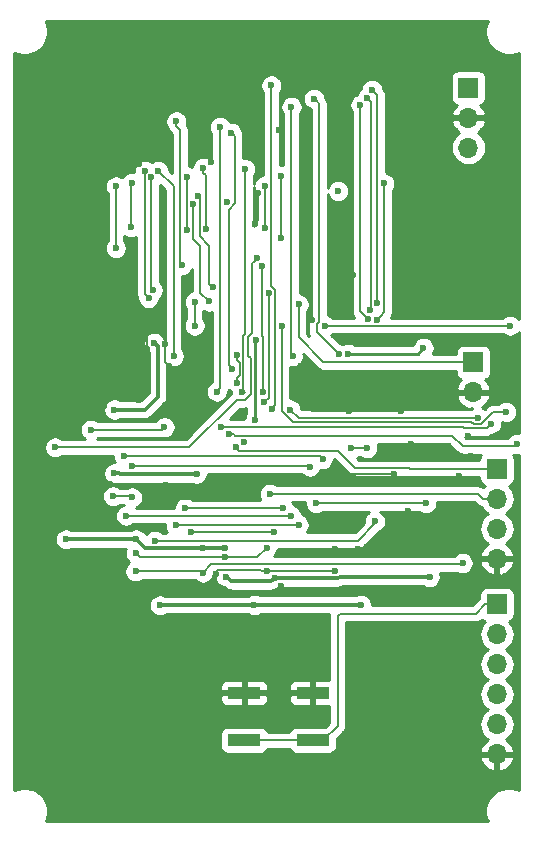
<source format=gbl>
G04 #@! TF.GenerationSoftware,KiCad,Pcbnew,5.1.4-e60b266~84~ubuntu18.04.1*
G04 #@! TF.CreationDate,2019-09-09T20:57:08+05:30*
G04 #@! TF.ProjectId,SenseCam_rev1,53656e73-6543-4616-9d5f-726576312e6b,rev?*
G04 #@! TF.SameCoordinates,Original*
G04 #@! TF.FileFunction,Copper,L2,Bot*
G04 #@! TF.FilePolarity,Positive*
%FSLAX46Y46*%
G04 Gerber Fmt 4.6, Leading zero omitted, Abs format (unit mm)*
G04 Created by KiCad (PCBNEW 5.1.4-e60b266~84~ubuntu18.04.1) date 2019-09-09 20:57:08*
%MOMM*%
%LPD*%
G04 APERTURE LIST*
%ADD10R,1.700000X1.700000*%
%ADD11O,1.700000X1.700000*%
%ADD12R,2.800000X1.000000*%
%ADD13C,0.600000*%
%ADD14C,0.160000*%
%ADD15C,0.300000*%
%ADD16C,0.250000*%
%ADD17C,0.254000*%
G04 APERTURE END LIST*
D10*
X95000000Y-150000000D03*
D11*
X95000000Y-152540000D03*
D10*
X97000000Y-159000000D03*
D11*
X97000000Y-161540000D03*
X97000000Y-164080000D03*
X97000000Y-166620000D03*
D10*
X97000000Y-170500000D03*
D11*
X97000000Y-173040000D03*
X97000000Y-175580000D03*
X97000000Y-178120000D03*
X97000000Y-180660000D03*
X97000000Y-183200000D03*
D10*
X94589600Y-126746000D03*
D11*
X94589600Y-129286000D03*
X94589600Y-131826000D03*
D12*
X75600000Y-182000000D03*
X81400000Y-182000000D03*
X75600000Y-178000000D03*
X81400000Y-178000000D03*
D13*
X72771000Y-133070600D03*
X78511400Y-130352800D03*
X89650000Y-137450000D03*
X91100000Y-136200000D03*
X84800000Y-142600000D03*
X88200000Y-151500000D03*
X74100000Y-161600000D03*
X90900000Y-144400000D03*
X81300000Y-146400000D03*
X83300000Y-163300000D03*
X67500000Y-172000000D03*
X63500000Y-145700000D03*
X66700000Y-153200000D03*
X68900000Y-164400000D03*
X78700000Y-168900000D03*
X93800000Y-159600000D03*
X63760000Y-153660000D03*
X67398289Y-148899715D03*
X69200000Y-150300000D03*
X84400000Y-140600000D03*
X88900000Y-154100000D03*
X75624006Y-156740010D03*
X94518246Y-156251766D03*
X73200000Y-167900000D03*
X77500000Y-167700000D03*
X85200000Y-165800000D03*
X83300000Y-165800000D03*
X83275000Y-167675000D03*
X89500000Y-162600000D03*
X83300000Y-159300000D03*
X88300000Y-159500000D03*
X75600000Y-154600000D03*
X80400000Y-150300000D03*
X80400000Y-152800000D03*
X84500000Y-154100000D03*
X94800000Y-157900000D03*
X89700000Y-156900000D03*
X74150000Y-136400000D03*
X76500000Y-138300000D03*
X76809990Y-135665000D03*
X66676787Y-133225226D03*
X80859990Y-138300000D03*
X84150000Y-137500000D03*
X68886335Y-148486335D03*
X87700000Y-148300000D03*
X69000000Y-160400000D03*
X61700000Y-159500000D03*
X58200000Y-159500000D03*
X92700000Y-168200000D03*
X66446400Y-164998400D03*
X60500000Y-165000000D03*
X91300000Y-168200000D03*
X74059990Y-168140010D03*
X72089998Y-165689998D03*
X73973367Y-165762147D03*
X78181200Y-168240010D03*
X94100000Y-167000000D03*
X72100000Y-167800000D03*
X66400000Y-167700000D03*
X68475000Y-170575000D03*
X76458900Y-170541100D03*
X85475000Y-170525000D03*
X76500000Y-154900000D03*
X76600000Y-148100000D03*
X84430140Y-149269860D03*
X90779600Y-148790400D03*
X64600000Y-159400000D03*
X68000000Y-148359705D03*
X71562081Y-159434831D03*
X64600000Y-154000000D03*
X64750000Y-135100000D03*
X64725000Y-140325000D03*
X66050000Y-138547000D03*
X66100000Y-134791190D03*
X70777100Y-134302500D03*
X70759990Y-138811000D03*
X75704700Y-133654800D03*
X74523600Y-130568700D03*
X74581049Y-150540011D03*
X73544878Y-130058321D03*
X73279000Y-152488900D03*
X79603600Y-128384300D03*
X79700000Y-149500000D03*
X83629500Y-149339300D03*
X81508600Y-127673100D03*
X85432900Y-128219200D03*
X86049695Y-146311195D03*
X77901800Y-126555500D03*
X77939900Y-153924000D03*
X86017100Y-127609600D03*
X86271100Y-145567400D03*
X86423500Y-126923800D03*
X86877121Y-144995900D03*
X72152320Y-133512021D03*
X72390010Y-138734800D03*
X68311388Y-133787691D03*
X67750000Y-134300000D03*
X67863933Y-143882789D03*
X67192329Y-133783647D03*
X67500000Y-144550000D03*
X59600000Y-157200000D03*
X76700000Y-141200000D03*
X68021200Y-165100000D03*
X86664800Y-163474400D03*
X66090800Y-158750000D03*
X81159990Y-158851600D03*
X84683600Y-157276800D03*
X86024998Y-157276800D03*
X65430400Y-157937200D03*
X82245200Y-158191200D03*
X77300000Y-153400000D03*
X77700000Y-144100000D03*
X80200000Y-145100000D03*
X74900000Y-157200000D03*
X77759990Y-161145702D03*
X78800000Y-146900000D03*
X97759990Y-154209999D03*
X71400000Y-144900000D03*
X71400000Y-146900000D03*
X96500000Y-155200000D03*
X73600000Y-155500000D03*
X74300000Y-156100000D03*
X98700000Y-156900000D03*
X79500000Y-154000000D03*
X95400000Y-154700000D03*
X77160019Y-152485918D03*
X77108620Y-141859990D03*
X62600000Y-155700000D03*
X68850000Y-155500000D03*
X81700000Y-161950000D03*
X91000000Y-161950000D03*
X83550000Y-135500000D03*
X87450000Y-134850000D03*
X66426456Y-166177546D03*
X77500000Y-165700000D03*
X73947569Y-166521721D03*
X72650000Y-144850000D03*
X71300000Y-136600000D03*
X72950000Y-143650000D03*
X71650000Y-135900000D03*
X78100000Y-164400000D03*
X71100000Y-164400000D03*
X78892400Y-162356800D03*
X70612000Y-162306000D03*
X80213200Y-163779200D03*
X69800000Y-163800000D03*
X64500000Y-161340800D03*
X66090800Y-161442400D03*
X79552800Y-163017200D03*
X65600000Y-163000000D03*
X78700000Y-139450000D03*
X78700000Y-134200000D03*
X77350000Y-138600000D03*
X77350000Y-135050000D03*
X75379265Y-152505185D03*
X74999977Y-149400000D03*
X74999977Y-151718481D03*
X69638403Y-149488927D03*
X86850000Y-146383698D03*
X82423708Y-146923708D03*
X98100000Y-146900000D03*
X69850000Y-129600000D03*
X70300000Y-141800000D03*
D14*
X67098290Y-149199714D02*
X67398289Y-148899715D01*
X66700000Y-149598004D02*
X67098290Y-149199714D01*
X66700000Y-153200000D02*
X66700000Y-149598004D01*
X84400000Y-142200000D02*
X84800000Y-142600000D01*
X84400000Y-140600000D02*
X84400000Y-142200000D01*
X88900000Y-152200000D02*
X88200000Y-151500000D01*
X88900000Y-154100000D02*
X88900000Y-152200000D01*
X76975736Y-167600000D02*
X77075736Y-167700000D01*
X73400000Y-167600000D02*
X76975736Y-167600000D01*
X73200000Y-167900000D02*
X73200000Y-167800000D01*
X77075736Y-167700000D02*
X77500000Y-167700000D01*
X73200000Y-167800000D02*
X73400000Y-167600000D01*
X85200000Y-165800000D02*
X83300000Y-165800000D01*
X77500000Y-167700000D02*
X83250000Y-167700000D01*
X83250000Y-167700000D02*
X83275000Y-167675000D01*
X90900000Y-136200000D02*
X91100000Y-136200000D01*
X89650000Y-137450000D02*
X90900000Y-136200000D01*
X81300000Y-154100000D02*
X80400000Y-153200000D01*
X80400000Y-153200000D02*
X80400000Y-152800000D01*
X80400000Y-152800000D02*
X80400000Y-150300000D01*
X88900000Y-154100000D02*
X84500000Y-154100000D01*
X84500000Y-154100000D02*
X81300000Y-154100000D01*
X76809990Y-136089264D02*
X76809990Y-135665000D01*
X76809990Y-137990010D02*
X76809990Y-136089264D01*
X76500000Y-138300000D02*
X76809990Y-137990010D01*
X83500000Y-159500000D02*
X83300000Y-159300000D01*
X88300000Y-159500000D02*
X83500000Y-159500000D01*
X66699715Y-148899715D02*
X63500000Y-145700000D01*
X67398289Y-148899715D02*
X66699715Y-148899715D01*
X68886335Y-149986335D02*
X68886335Y-148910599D01*
X67700000Y-147300000D02*
X68124264Y-147300000D01*
X68124264Y-147300000D02*
X68886335Y-148062071D01*
X68886335Y-148062071D02*
X68886335Y-148486335D01*
X69200000Y-150300000D02*
X68886335Y-149986335D01*
X67398289Y-148899715D02*
X67398289Y-147601711D01*
X68886335Y-148910599D02*
X68886335Y-148486335D01*
X67398289Y-147601711D02*
X67700000Y-147300000D01*
X74100000Y-161600000D02*
X70200000Y-161600000D01*
X70200000Y-161600000D02*
X69000000Y-160400000D01*
X64641598Y-160400000D02*
X64341598Y-160100000D01*
X69000000Y-160400000D02*
X64641598Y-160400000D01*
X64341598Y-160100000D02*
X62300000Y-160100000D01*
X62300000Y-160100000D02*
X61700000Y-159500000D01*
X61700000Y-159500000D02*
X58200000Y-159500000D01*
X97000000Y-167822081D02*
X96622081Y-168200000D01*
X97000000Y-166620000D02*
X97000000Y-167822081D01*
X96622081Y-168200000D02*
X92700000Y-168200000D01*
D15*
X66446400Y-164998400D02*
X63195200Y-164998400D01*
X63193600Y-165000000D02*
X60500000Y-165000000D01*
D14*
X63195200Y-164998400D02*
X63193600Y-165000000D01*
X91248000Y-168148000D02*
X91300000Y-168200000D01*
D15*
X71676772Y-165720424D02*
X71707198Y-165689998D01*
X67168424Y-165720424D02*
X71676772Y-165720424D01*
X66446400Y-164998400D02*
X67168424Y-165720424D01*
D14*
X74107990Y-168148000D02*
X74100000Y-168140010D01*
X74100000Y-168140010D02*
X74059990Y-168140010D01*
D15*
X71707198Y-165689998D02*
X72089998Y-165689998D01*
X73901218Y-165689998D02*
X73973367Y-165762147D01*
X72089998Y-165689998D02*
X73901218Y-165689998D01*
X74499999Y-168540009D02*
X77881201Y-168540009D01*
X83567802Y-168285002D02*
X78650456Y-168285002D01*
X91248000Y-168148000D02*
X83704804Y-168148000D01*
X78605464Y-168240010D02*
X78181200Y-168240010D01*
X74107990Y-168148000D02*
X74499999Y-168540009D01*
X83704804Y-168148000D02*
X83567802Y-168285002D01*
X77881201Y-168540009D02*
X78181200Y-168240010D01*
X78650456Y-168285002D02*
X78605464Y-168240010D01*
D14*
X94000000Y-167100000D02*
X94100000Y-167000000D01*
X72100000Y-167800000D02*
X72800000Y-167100000D01*
X90200000Y-167100000D02*
X94000000Y-167100000D01*
X72800000Y-167100000D02*
X90200000Y-167100000D01*
X66400000Y-167700000D02*
X72000000Y-167700000D01*
X72000000Y-167700000D02*
X72100000Y-167800000D01*
D15*
X76475000Y-170525000D02*
X76458900Y-170541100D01*
X85475000Y-170525000D02*
X76475000Y-170525000D01*
X68508900Y-170541100D02*
X68475000Y-170575000D01*
X76458900Y-170541100D02*
X68508900Y-170541100D01*
D16*
X76500000Y-154900000D02*
X76500000Y-148200000D01*
X76500000Y-148200000D02*
X76600000Y-148100000D01*
X84430140Y-149269860D02*
X90300140Y-149269860D01*
X90300140Y-149269860D02*
X90779600Y-148790400D01*
D15*
X65024264Y-159400000D02*
X65124264Y-159500000D01*
X64600000Y-159400000D02*
X65024264Y-159400000D01*
X65124264Y-159500000D02*
X71600000Y-159500000D01*
X71600000Y-159500000D02*
X71600000Y-159472750D01*
X71600000Y-159472750D02*
X71562081Y-159434831D01*
X68299999Y-148659704D02*
X68000000Y-148359705D01*
X68299999Y-152900001D02*
X68299999Y-148659704D01*
X67200000Y-154000000D02*
X68299999Y-152900001D01*
X64600000Y-154000000D02*
X67200000Y-154000000D01*
D14*
X64750000Y-135100000D02*
X64750000Y-140300000D01*
X64750000Y-140300000D02*
X64725000Y-140325000D01*
X66050000Y-138547000D02*
X66050000Y-134841190D01*
X66050000Y-134841190D02*
X66100000Y-134791190D01*
X70777100Y-136323696D02*
X70759990Y-136340806D01*
X70759990Y-138386736D02*
X70759990Y-138811000D01*
X70777100Y-134302500D02*
X70777100Y-136323696D01*
X70759990Y-136340806D02*
X70759990Y-138386736D01*
X74823599Y-136525603D02*
X74281050Y-137068152D01*
X74281050Y-137068152D02*
X74281050Y-150240012D01*
X74281050Y-150240012D02*
X74581049Y-150540011D01*
X74523600Y-130568700D02*
X74823599Y-130868699D01*
X74823599Y-130868699D02*
X74823599Y-136525603D01*
X73279000Y-152488900D02*
X73578999Y-152188901D01*
X73578999Y-152188901D02*
X73578999Y-132952397D01*
X73578999Y-132952397D02*
X73544878Y-132918276D01*
X73544878Y-132918276D02*
X73544878Y-130482585D01*
X73544878Y-130482585D02*
X73544878Y-130058321D01*
X79603600Y-128384300D02*
X79603600Y-147167290D01*
X79603600Y-147167290D02*
X79603600Y-149403600D01*
X79603600Y-149403600D02*
X79700000Y-149500000D01*
X81808599Y-127973099D02*
X81508600Y-127673100D01*
X81940001Y-128104501D02*
X81808599Y-127973099D01*
X83629500Y-149339300D02*
X81737200Y-147447000D01*
X81737200Y-146762002D02*
X81940001Y-146559201D01*
X81737200Y-147447000D02*
X81737200Y-146762002D01*
X81940001Y-146559201D02*
X81940001Y-128104501D01*
X85432900Y-145694400D02*
X85749696Y-146011196D01*
X85432900Y-128219200D02*
X85432900Y-145694400D01*
X85749696Y-146011196D02*
X86049695Y-146311195D01*
X77901800Y-143502596D02*
X78240002Y-143840798D01*
X78240002Y-143840798D02*
X78240002Y-153623898D01*
X78240002Y-153623898D02*
X78239899Y-153624001D01*
X77901800Y-126555500D02*
X77901800Y-143502596D01*
X78239899Y-153624001D02*
X77939900Y-153924000D01*
X86337111Y-127929611D02*
X86337111Y-145499276D01*
X86017100Y-127609600D02*
X86337111Y-127929611D01*
X86271100Y-145415000D02*
X86337111Y-145348989D01*
X86271100Y-145567400D02*
X86271100Y-145415000D01*
X86423500Y-126923800D02*
X86877121Y-127377421D01*
X86877121Y-144571636D02*
X86877121Y-144995900D01*
X86877121Y-127377421D02*
X86877121Y-144571636D01*
X72152320Y-133936285D02*
X72390010Y-134173975D01*
X72390010Y-134173975D02*
X72390010Y-138310536D01*
X72390010Y-138310536D02*
X72390010Y-138734800D01*
X72152320Y-133512021D02*
X72152320Y-133936285D01*
X67750000Y-143768856D02*
X67863933Y-143882789D01*
X67750000Y-134300000D02*
X67750000Y-143768856D01*
X67192329Y-133783647D02*
X67192329Y-144242329D01*
X67192329Y-144242329D02*
X67500000Y-144550000D01*
X86715600Y-163626800D02*
X85242400Y-165100000D01*
X85242400Y-165100000D02*
X68021200Y-165100000D01*
X81058390Y-158750000D02*
X81159990Y-158851600D01*
X66090800Y-158750000D02*
X81058390Y-158750000D01*
X84683600Y-157276800D02*
X86024998Y-157276800D01*
X65430400Y-157937200D02*
X81991200Y-157937200D01*
X81991200Y-157937200D02*
X82245200Y-158191200D01*
X77300000Y-153400000D02*
X77700020Y-152999980D01*
X77700020Y-152999980D02*
X77700020Y-146384274D01*
X77700020Y-144100020D02*
X77700000Y-144100000D01*
X77700020Y-146384274D02*
X77700020Y-144100020D01*
X95000000Y-150000000D02*
X82300000Y-150000000D01*
X82300000Y-150000000D02*
X80200000Y-147900000D01*
X80200000Y-147900000D02*
X80200000Y-145100000D01*
X89637726Y-159000000D02*
X95990000Y-159000000D01*
X89597724Y-158959998D02*
X89637726Y-159000000D01*
X84999976Y-158959998D02*
X89597724Y-158959998D01*
X74900000Y-157200000D02*
X75199999Y-157499999D01*
X83539977Y-157499999D02*
X84999976Y-158959998D01*
X75199999Y-157499999D02*
X83539977Y-157499999D01*
X95990000Y-159000000D02*
X97000000Y-159000000D01*
X95403621Y-161145702D02*
X78184254Y-161145702D01*
X95797919Y-161540000D02*
X95403621Y-161145702D01*
X78184254Y-161145702D02*
X77759990Y-161145702D01*
X97000000Y-161540000D02*
X95797919Y-161540000D01*
X95659202Y-155240002D02*
X96689205Y-154209999D01*
X94820807Y-155020011D02*
X95040798Y-155240002D01*
X78800000Y-146900000D02*
X78800000Y-154099202D01*
X79720809Y-155020011D02*
X94820807Y-155020011D01*
X95040798Y-155240002D02*
X95659202Y-155240002D01*
X78800000Y-154099202D02*
X79720809Y-155020011D01*
X96689205Y-154209999D02*
X97335726Y-154209999D01*
X97335726Y-154209999D02*
X97759990Y-154209999D01*
X71400000Y-144900000D02*
X71400000Y-145324264D01*
X71400000Y-145324264D02*
X71400000Y-146900000D01*
X96500000Y-155200000D02*
X96118501Y-155581499D01*
X94151747Y-155500000D02*
X74024264Y-155500000D01*
X96118501Y-155581499D02*
X94233246Y-155581499D01*
X74024264Y-155500000D02*
X73600000Y-155500000D01*
X94233246Y-155581499D02*
X94151747Y-155500000D01*
X74724264Y-156100000D02*
X74824264Y-156200000D01*
X74300000Y-156100000D02*
X74724264Y-156100000D01*
X74824264Y-156200000D02*
X93200000Y-156200000D01*
X93200000Y-156200000D02*
X94100000Y-157100000D01*
X98500000Y-157100000D02*
X98700000Y-156900000D01*
X94100000Y-157100000D02*
X98500000Y-157100000D01*
X79500000Y-154000000D02*
X80200000Y-154700000D01*
X80200000Y-154700000D02*
X95400000Y-154700000D01*
X62600000Y-155700000D02*
X68650000Y-155700000D01*
X68650000Y-155700000D02*
X68850000Y-155500000D01*
X81700000Y-161950000D02*
X91000000Y-161950000D01*
X66426456Y-166177546D02*
X66770631Y-166521721D01*
X74371833Y-166521721D02*
X73947569Y-166521721D01*
X73523305Y-166521721D02*
X73947569Y-166521721D01*
X76678279Y-166521721D02*
X74371833Y-166521721D01*
X66770631Y-166521721D02*
X73523305Y-166521721D01*
X77500000Y-165700000D02*
X76678279Y-166521721D01*
X72650000Y-144850000D02*
X71900000Y-144100000D01*
X71900000Y-144100000D02*
X71900000Y-140300000D01*
X71900000Y-140300000D02*
X71900000Y-140150000D01*
X71900000Y-140150000D02*
X71300000Y-139550000D01*
X71300000Y-139550000D02*
X71300000Y-136600000D01*
X72650001Y-143350001D02*
X72650001Y-140150001D01*
X72950000Y-143650000D02*
X72650001Y-143350001D01*
X72650001Y-140150001D02*
X71850000Y-139350000D01*
X71850000Y-139350000D02*
X71850000Y-138250000D01*
X71850000Y-138250000D02*
X71850000Y-136100000D01*
X71850000Y-136100000D02*
X71650000Y-135900000D01*
X71400000Y-164400000D02*
X78100000Y-164400000D01*
X71400000Y-164400000D02*
X71100000Y-164400000D01*
X78892400Y-162356800D02*
X70662800Y-162356800D01*
X80213200Y-163779200D02*
X69951600Y-163779200D01*
X64312800Y-161340800D02*
X65989200Y-161340800D01*
X79552800Y-163017200D02*
X65582800Y-163017200D01*
X78700000Y-139450000D02*
X78700000Y-134200000D01*
X77350000Y-138600000D02*
X77350000Y-135050000D01*
X75704700Y-133654800D02*
X75704700Y-147643533D01*
X75539987Y-152438487D02*
X75704700Y-152603200D01*
X75539987Y-147808246D02*
X75539987Y-152438487D01*
X75704700Y-147643533D02*
X75539987Y-147808246D01*
X75219976Y-151074218D02*
X75219976Y-150044263D01*
X74999977Y-149824264D02*
X74999977Y-149400000D01*
X74999977Y-151294217D02*
X75219976Y-151074218D01*
X75219976Y-150044263D02*
X74999977Y-149824264D01*
X74999977Y-151718481D02*
X74999977Y-151294217D01*
X69638403Y-149064663D02*
X69638403Y-149488927D01*
X69638403Y-135114706D02*
X69638403Y-149064663D01*
X68311388Y-133787691D02*
X69638403Y-135114706D01*
X76279989Y-147520807D02*
X76279989Y-141620011D01*
X75635511Y-153200000D02*
X76134989Y-152700522D01*
X59600000Y-157200000D02*
X70950000Y-157200000D01*
X75959998Y-147840798D02*
X76279989Y-147520807D01*
X74950000Y-153200000D02*
X75635511Y-153200000D01*
X76400001Y-141499999D02*
X76700000Y-141200000D01*
X70950000Y-157200000D02*
X74950000Y-153200000D01*
X76279989Y-141620011D02*
X76400001Y-141499999D01*
X76134989Y-152700522D02*
X76134989Y-149634193D01*
X75959998Y-149459202D02*
X75959998Y-147840798D01*
X76134989Y-149634193D02*
X75959998Y-149459202D01*
X77108620Y-142284254D02*
X77108620Y-141859990D01*
X77160019Y-152485918D02*
X77160019Y-147860815D01*
X77160019Y-147860815D02*
X77108620Y-147809416D01*
X77108620Y-147809416D02*
X77108620Y-142284254D01*
X87450000Y-145783698D02*
X87149999Y-146083699D01*
X87450000Y-134850000D02*
X87450000Y-145783698D01*
X87149999Y-146083699D02*
X86850000Y-146383698D01*
X77160000Y-182000000D02*
X81400000Y-182000000D01*
X75600000Y-182000000D02*
X77160000Y-182000000D01*
X98076292Y-146923708D02*
X98100000Y-146900000D01*
X82423708Y-146923708D02*
X98076292Y-146923708D01*
X82300000Y-182000000D02*
X83500000Y-180800000D01*
X81400000Y-182000000D02*
X82300000Y-182000000D01*
X83500000Y-180800000D02*
X83500000Y-171500000D01*
X83500000Y-171500000D02*
X83700000Y-171300000D01*
X95190000Y-171300000D02*
X95990000Y-170500000D01*
X95990000Y-170500000D02*
X97000000Y-170500000D01*
X83700000Y-171300000D02*
X95190000Y-171300000D01*
X69850000Y-130024264D02*
X70200000Y-130374264D01*
X69850000Y-129600000D02*
X69850000Y-130024264D01*
X70200000Y-130374264D02*
X70200000Y-141700000D01*
X70200000Y-141700000D02*
X70300000Y-141800000D01*
D17*
G36*
X96091282Y-121420997D02*
G01*
X96015000Y-121804495D01*
X96015000Y-122195505D01*
X96091282Y-122579003D01*
X96240915Y-122940250D01*
X96458149Y-123265364D01*
X96734636Y-123541851D01*
X97059750Y-123759085D01*
X97420997Y-123908718D01*
X97804495Y-123985000D01*
X98195505Y-123985000D01*
X98579003Y-123908718D01*
X98873000Y-123786941D01*
X98873000Y-146373921D01*
X98826262Y-146303972D01*
X98696028Y-146173738D01*
X98542889Y-146071414D01*
X98372729Y-146000932D01*
X98192089Y-145965000D01*
X98007911Y-145965000D01*
X97827271Y-146000932D01*
X97657111Y-146071414D01*
X97503972Y-146173738D01*
X97469002Y-146208708D01*
X88026157Y-146208708D01*
X88047377Y-146182852D01*
X88113770Y-146058640D01*
X88154654Y-145923862D01*
X88165000Y-145818818D01*
X88165000Y-145818809D01*
X88168458Y-145783699D01*
X88165000Y-145748589D01*
X88165000Y-135457290D01*
X88176262Y-135446028D01*
X88278586Y-135292889D01*
X88349068Y-135122729D01*
X88385000Y-134942089D01*
X88385000Y-134757911D01*
X88349068Y-134577271D01*
X88278586Y-134407111D01*
X88176262Y-134253972D01*
X88046028Y-134123738D01*
X87892889Y-134021414D01*
X87722729Y-133950932D01*
X87592121Y-133924952D01*
X87592121Y-131826000D01*
X93097415Y-131826000D01*
X93126087Y-132117111D01*
X93211001Y-132397034D01*
X93348894Y-132655014D01*
X93534466Y-132881134D01*
X93760586Y-133066706D01*
X94018566Y-133204599D01*
X94298489Y-133289513D01*
X94516650Y-133311000D01*
X94662550Y-133311000D01*
X94880711Y-133289513D01*
X95160634Y-133204599D01*
X95418614Y-133066706D01*
X95644734Y-132881134D01*
X95830306Y-132655014D01*
X95968199Y-132397034D01*
X96053113Y-132117111D01*
X96081785Y-131826000D01*
X96053113Y-131534889D01*
X95968199Y-131254966D01*
X95830306Y-130996986D01*
X95644734Y-130770866D01*
X95418614Y-130585294D01*
X95354077Y-130550799D01*
X95470955Y-130481178D01*
X95687188Y-130286269D01*
X95861241Y-130052920D01*
X95986425Y-129790099D01*
X96031076Y-129642890D01*
X95909755Y-129413000D01*
X94716600Y-129413000D01*
X94716600Y-129433000D01*
X94462600Y-129433000D01*
X94462600Y-129413000D01*
X93269445Y-129413000D01*
X93148124Y-129642890D01*
X93192775Y-129790099D01*
X93317959Y-130052920D01*
X93492012Y-130286269D01*
X93708245Y-130481178D01*
X93825123Y-130550799D01*
X93760586Y-130585294D01*
X93534466Y-130770866D01*
X93348894Y-130996986D01*
X93211001Y-131254966D01*
X93126087Y-131534889D01*
X93097415Y-131826000D01*
X87592121Y-131826000D01*
X87592121Y-127412531D01*
X87595579Y-127377421D01*
X87592121Y-127342311D01*
X87592121Y-127342301D01*
X87581775Y-127237257D01*
X87540891Y-127102479D01*
X87474498Y-126978267D01*
X87385147Y-126869394D01*
X87358500Y-126847525D01*
X87358500Y-126831711D01*
X87322568Y-126651071D01*
X87252086Y-126480911D01*
X87149762Y-126327772D01*
X87019528Y-126197538D01*
X86866389Y-126095214D01*
X86696229Y-126024732D01*
X86515589Y-125988800D01*
X86331411Y-125988800D01*
X86150771Y-126024732D01*
X85980611Y-126095214D01*
X85827472Y-126197538D01*
X85697238Y-126327772D01*
X85594914Y-126480911D01*
X85524432Y-126651071D01*
X85488500Y-126831711D01*
X85488500Y-126838284D01*
X85421072Y-126883338D01*
X85290838Y-127013572D01*
X85188514Y-127166711D01*
X85118032Y-127336871D01*
X85117877Y-127337651D01*
X84990011Y-127390614D01*
X84836872Y-127492938D01*
X84706638Y-127623172D01*
X84604314Y-127776311D01*
X84533832Y-127946471D01*
X84497900Y-128127111D01*
X84497900Y-128311289D01*
X84533832Y-128491929D01*
X84604314Y-128662089D01*
X84706638Y-128815228D01*
X84717900Y-128826490D01*
X84717901Y-145659280D01*
X84714442Y-145694400D01*
X84717901Y-145729520D01*
X84728247Y-145834564D01*
X84769131Y-145969342D01*
X84835524Y-146093554D01*
X84924874Y-146202427D01*
X84932527Y-146208708D01*
X83030998Y-146208708D01*
X83019736Y-146197446D01*
X82866597Y-146095122D01*
X82696437Y-146024640D01*
X82655001Y-146016398D01*
X82655001Y-135782553D01*
X82721414Y-135942889D01*
X82823738Y-136096028D01*
X82953972Y-136226262D01*
X83107111Y-136328586D01*
X83277271Y-136399068D01*
X83457911Y-136435000D01*
X83642089Y-136435000D01*
X83822729Y-136399068D01*
X83992889Y-136328586D01*
X84146028Y-136226262D01*
X84276262Y-136096028D01*
X84378586Y-135942889D01*
X84449068Y-135772729D01*
X84485000Y-135592089D01*
X84485000Y-135407911D01*
X84449068Y-135227271D01*
X84378586Y-135057111D01*
X84276262Y-134903972D01*
X84146028Y-134773738D01*
X83992889Y-134671414D01*
X83822729Y-134600932D01*
X83642089Y-134565000D01*
X83457911Y-134565000D01*
X83277271Y-134600932D01*
X83107111Y-134671414D01*
X82953972Y-134773738D01*
X82823738Y-134903972D01*
X82721414Y-135057111D01*
X82655001Y-135217447D01*
X82655001Y-128139610D01*
X82658459Y-128104500D01*
X82655001Y-128069390D01*
X82655001Y-128069381D01*
X82644655Y-127964337D01*
X82603771Y-127829559D01*
X82537378Y-127705347D01*
X82448028Y-127596474D01*
X82443600Y-127592840D01*
X82443600Y-127581011D01*
X82407668Y-127400371D01*
X82337186Y-127230211D01*
X82234862Y-127077072D01*
X82104628Y-126946838D01*
X81951489Y-126844514D01*
X81781329Y-126774032D01*
X81600689Y-126738100D01*
X81416511Y-126738100D01*
X81235871Y-126774032D01*
X81065711Y-126844514D01*
X80912572Y-126946838D01*
X80782338Y-127077072D01*
X80680014Y-127230211D01*
X80609532Y-127400371D01*
X80573600Y-127581011D01*
X80573600Y-127765189D01*
X80609532Y-127945829D01*
X80680014Y-128115989D01*
X80782338Y-128269128D01*
X80912572Y-128399362D01*
X81065711Y-128501686D01*
X81225002Y-128567666D01*
X81225001Y-146259060D01*
X81139824Y-146362848D01*
X81073431Y-146487060D01*
X81032546Y-146621838D01*
X81022200Y-146726882D01*
X81022200Y-146726892D01*
X81018742Y-146762002D01*
X81022200Y-146797112D01*
X81022200Y-147411890D01*
X81018742Y-147447000D01*
X81022200Y-147482110D01*
X81022200Y-147482119D01*
X81032546Y-147587163D01*
X81073430Y-147721941D01*
X81119738Y-147808576D01*
X80915000Y-147603839D01*
X80915000Y-145707290D01*
X80926262Y-145696028D01*
X81028586Y-145542889D01*
X81099068Y-145372729D01*
X81135000Y-145192089D01*
X81135000Y-145007911D01*
X81099068Y-144827271D01*
X81028586Y-144657111D01*
X80926262Y-144503972D01*
X80796028Y-144373738D01*
X80642889Y-144271414D01*
X80472729Y-144200932D01*
X80318600Y-144170273D01*
X80318600Y-128991590D01*
X80329862Y-128980328D01*
X80432186Y-128827189D01*
X80502668Y-128657029D01*
X80538600Y-128476389D01*
X80538600Y-128292211D01*
X80502668Y-128111571D01*
X80432186Y-127941411D01*
X80329862Y-127788272D01*
X80199628Y-127658038D01*
X80046489Y-127555714D01*
X79876329Y-127485232D01*
X79695689Y-127449300D01*
X79511511Y-127449300D01*
X79330871Y-127485232D01*
X79160711Y-127555714D01*
X79007572Y-127658038D01*
X78877338Y-127788272D01*
X78775014Y-127941411D01*
X78704532Y-128111571D01*
X78668600Y-128292211D01*
X78668600Y-128476389D01*
X78704532Y-128657029D01*
X78775014Y-128827189D01*
X78877338Y-128980328D01*
X78888600Y-128991590D01*
X78888600Y-133284198D01*
X78792089Y-133265000D01*
X78616800Y-133265000D01*
X78616800Y-127162790D01*
X78628062Y-127151528D01*
X78730386Y-126998389D01*
X78800868Y-126828229D01*
X78836800Y-126647589D01*
X78836800Y-126463411D01*
X78800868Y-126282771D01*
X78730386Y-126112611D01*
X78628062Y-125959472D01*
X78564590Y-125896000D01*
X93101528Y-125896000D01*
X93101528Y-127596000D01*
X93113788Y-127720482D01*
X93150098Y-127840180D01*
X93209063Y-127950494D01*
X93288415Y-128047185D01*
X93385106Y-128126537D01*
X93495420Y-128185502D01*
X93576066Y-128209966D01*
X93492012Y-128285731D01*
X93317959Y-128519080D01*
X93192775Y-128781901D01*
X93148124Y-128929110D01*
X93269445Y-129159000D01*
X94462600Y-129159000D01*
X94462600Y-129139000D01*
X94716600Y-129139000D01*
X94716600Y-129159000D01*
X95909755Y-129159000D01*
X96031076Y-128929110D01*
X95986425Y-128781901D01*
X95861241Y-128519080D01*
X95687188Y-128285731D01*
X95603134Y-128209966D01*
X95683780Y-128185502D01*
X95794094Y-128126537D01*
X95890785Y-128047185D01*
X95970137Y-127950494D01*
X96029102Y-127840180D01*
X96065412Y-127720482D01*
X96077672Y-127596000D01*
X96077672Y-125896000D01*
X96065412Y-125771518D01*
X96029102Y-125651820D01*
X95970137Y-125541506D01*
X95890785Y-125444815D01*
X95794094Y-125365463D01*
X95683780Y-125306498D01*
X95564082Y-125270188D01*
X95439600Y-125257928D01*
X93739600Y-125257928D01*
X93615118Y-125270188D01*
X93495420Y-125306498D01*
X93385106Y-125365463D01*
X93288415Y-125444815D01*
X93209063Y-125541506D01*
X93150098Y-125651820D01*
X93113788Y-125771518D01*
X93101528Y-125896000D01*
X78564590Y-125896000D01*
X78497828Y-125829238D01*
X78344689Y-125726914D01*
X78174529Y-125656432D01*
X77993889Y-125620500D01*
X77809711Y-125620500D01*
X77629071Y-125656432D01*
X77458911Y-125726914D01*
X77305772Y-125829238D01*
X77175538Y-125959472D01*
X77073214Y-126112611D01*
X77002732Y-126282771D01*
X76966800Y-126463411D01*
X76966800Y-126647589D01*
X77002732Y-126828229D01*
X77073214Y-126998389D01*
X77175538Y-127151528D01*
X77186800Y-127162790D01*
X77186800Y-134129145D01*
X77077271Y-134150932D01*
X76907111Y-134221414D01*
X76753972Y-134323738D01*
X76623738Y-134453972D01*
X76521414Y-134607111D01*
X76450932Y-134777271D01*
X76419700Y-134934283D01*
X76419700Y-134262090D01*
X76430962Y-134250828D01*
X76533286Y-134097689D01*
X76603768Y-133927529D01*
X76639700Y-133746889D01*
X76639700Y-133562711D01*
X76603768Y-133382071D01*
X76533286Y-133211911D01*
X76430962Y-133058772D01*
X76300728Y-132928538D01*
X76147589Y-132826214D01*
X75977429Y-132755732D01*
X75796789Y-132719800D01*
X75612611Y-132719800D01*
X75538599Y-132734522D01*
X75538599Y-130903811D01*
X75542057Y-130868699D01*
X75538599Y-130833587D01*
X75538599Y-130833579D01*
X75528253Y-130728535D01*
X75527934Y-130727481D01*
X75504189Y-130649207D01*
X75487369Y-130593757D01*
X75458600Y-130539934D01*
X75458600Y-130476611D01*
X75422668Y-130295971D01*
X75352186Y-130125811D01*
X75249862Y-129972672D01*
X75119628Y-129842438D01*
X74966489Y-129740114D01*
X74796329Y-129669632D01*
X74615689Y-129633700D01*
X74431511Y-129633700D01*
X74384873Y-129642977D01*
X74373464Y-129615432D01*
X74271140Y-129462293D01*
X74140906Y-129332059D01*
X73987767Y-129229735D01*
X73817607Y-129159253D01*
X73636967Y-129123321D01*
X73452789Y-129123321D01*
X73272149Y-129159253D01*
X73101989Y-129229735D01*
X72948850Y-129332059D01*
X72818616Y-129462293D01*
X72716292Y-129615432D01*
X72645810Y-129785592D01*
X72609878Y-129966232D01*
X72609878Y-130150410D01*
X72645810Y-130331050D01*
X72716292Y-130501210D01*
X72818616Y-130654349D01*
X72829879Y-130665612D01*
X72829878Y-132867289D01*
X72748348Y-132785759D01*
X72595209Y-132683435D01*
X72425049Y-132612953D01*
X72244409Y-132577021D01*
X72060231Y-132577021D01*
X71879591Y-132612953D01*
X71709431Y-132683435D01*
X71556292Y-132785759D01*
X71426058Y-132915993D01*
X71323734Y-133069132D01*
X71253252Y-133239292D01*
X71217320Y-133419932D01*
X71217320Y-133472808D01*
X71049829Y-133403432D01*
X70915000Y-133376612D01*
X70915000Y-130409376D01*
X70918458Y-130374264D01*
X70915000Y-130339152D01*
X70915000Y-130339144D01*
X70904654Y-130234100D01*
X70896629Y-130207643D01*
X70879267Y-130150410D01*
X70863770Y-130099322D01*
X70797377Y-129975110D01*
X70739782Y-129904931D01*
X70737089Y-129901649D01*
X70749068Y-129872729D01*
X70785000Y-129692089D01*
X70785000Y-129507911D01*
X70749068Y-129327271D01*
X70678586Y-129157111D01*
X70576262Y-129003972D01*
X70446028Y-128873738D01*
X70292889Y-128771414D01*
X70122729Y-128700932D01*
X69942089Y-128665000D01*
X69757911Y-128665000D01*
X69577271Y-128700932D01*
X69407111Y-128771414D01*
X69253972Y-128873738D01*
X69123738Y-129003972D01*
X69021414Y-129157111D01*
X68950932Y-129327271D01*
X68915000Y-129507911D01*
X68915000Y-129692089D01*
X68950932Y-129872729D01*
X69021414Y-130042889D01*
X69123738Y-130196028D01*
X69168514Y-130240804D01*
X69186230Y-130299206D01*
X69252623Y-130423418D01*
X69341974Y-130532291D01*
X69369254Y-130554679D01*
X69485000Y-130670425D01*
X69485000Y-133950141D01*
X69246388Y-133711529D01*
X69246388Y-133695602D01*
X69210456Y-133514962D01*
X69139974Y-133344802D01*
X69037650Y-133191663D01*
X68907416Y-133061429D01*
X68754277Y-132959105D01*
X68584117Y-132888623D01*
X68403477Y-132852691D01*
X68219299Y-132852691D01*
X68038659Y-132888623D01*
X67868499Y-132959105D01*
X67754885Y-133035020D01*
X67635218Y-132955061D01*
X67465058Y-132884579D01*
X67284418Y-132848647D01*
X67100240Y-132848647D01*
X66919600Y-132884579D01*
X66749440Y-132955061D01*
X66596301Y-133057385D01*
X66466067Y-133187619D01*
X66363743Y-133340758D01*
X66293261Y-133510918D01*
X66257329Y-133691558D01*
X66257329Y-133869167D01*
X66192089Y-133856190D01*
X66007911Y-133856190D01*
X65827271Y-133892122D01*
X65657111Y-133962604D01*
X65503972Y-134064928D01*
X65373738Y-134195162D01*
X65282694Y-134331420D01*
X65192889Y-134271414D01*
X65022729Y-134200932D01*
X64842089Y-134165000D01*
X64657911Y-134165000D01*
X64477271Y-134200932D01*
X64307111Y-134271414D01*
X64153972Y-134373738D01*
X64023738Y-134503972D01*
X63921414Y-134657111D01*
X63850932Y-134827271D01*
X63815000Y-135007911D01*
X63815000Y-135192089D01*
X63850932Y-135372729D01*
X63921414Y-135542889D01*
X64023738Y-135696028D01*
X64035000Y-135707290D01*
X64035001Y-139692709D01*
X63998738Y-139728972D01*
X63896414Y-139882111D01*
X63825932Y-140052271D01*
X63790000Y-140232911D01*
X63790000Y-140417089D01*
X63825932Y-140597729D01*
X63896414Y-140767889D01*
X63998738Y-140921028D01*
X64128972Y-141051262D01*
X64282111Y-141153586D01*
X64452271Y-141224068D01*
X64632911Y-141260000D01*
X64817089Y-141260000D01*
X64997729Y-141224068D01*
X65167889Y-141153586D01*
X65321028Y-141051262D01*
X65451262Y-140921028D01*
X65553586Y-140767889D01*
X65624068Y-140597729D01*
X65660000Y-140417089D01*
X65660000Y-140232911D01*
X65624068Y-140052271D01*
X65553586Y-139882111D01*
X65465000Y-139749532D01*
X65465000Y-139280631D01*
X65607111Y-139375586D01*
X65777271Y-139446068D01*
X65957911Y-139482000D01*
X66142089Y-139482000D01*
X66322729Y-139446068D01*
X66477330Y-139382031D01*
X66477330Y-144207209D01*
X66473871Y-144242329D01*
X66477330Y-144277449D01*
X66487676Y-144382493D01*
X66528560Y-144517271D01*
X66565000Y-144585445D01*
X66565000Y-144642089D01*
X66600932Y-144822729D01*
X66671414Y-144992889D01*
X66773738Y-145146028D01*
X66903972Y-145276262D01*
X67057111Y-145378586D01*
X67227271Y-145449068D01*
X67407911Y-145485000D01*
X67592089Y-145485000D01*
X67772729Y-145449068D01*
X67942889Y-145378586D01*
X68096028Y-145276262D01*
X68226262Y-145146028D01*
X68328586Y-144992889D01*
X68399068Y-144822729D01*
X68435000Y-144642089D01*
X68435000Y-144625729D01*
X68459961Y-144609051D01*
X68590195Y-144478817D01*
X68692519Y-144325678D01*
X68763001Y-144155518D01*
X68798933Y-143974878D01*
X68798933Y-143790700D01*
X68763001Y-143610060D01*
X68692519Y-143439900D01*
X68590195Y-143286761D01*
X68465000Y-143161566D01*
X68465000Y-134952465D01*
X68923403Y-135410869D01*
X68923404Y-148181923D01*
X68916211Y-148173158D01*
X68899068Y-148086976D01*
X68828586Y-147916816D01*
X68726262Y-147763677D01*
X68596028Y-147633443D01*
X68442889Y-147531119D01*
X68272729Y-147460637D01*
X68092089Y-147424705D01*
X67907911Y-147424705D01*
X67727271Y-147460637D01*
X67557111Y-147531119D01*
X67403972Y-147633443D01*
X67273738Y-147763677D01*
X67171414Y-147916816D01*
X67100932Y-148086976D01*
X67065000Y-148267616D01*
X67065000Y-148451794D01*
X67100932Y-148632434D01*
X67171414Y-148802594D01*
X67273738Y-148955733D01*
X67403972Y-149085967D01*
X67515000Y-149160153D01*
X67514999Y-152574844D01*
X66874843Y-153215000D01*
X65108120Y-153215000D01*
X65042889Y-153171414D01*
X64872729Y-153100932D01*
X64692089Y-153065000D01*
X64507911Y-153065000D01*
X64327271Y-153100932D01*
X64157111Y-153171414D01*
X64003972Y-153273738D01*
X63873738Y-153403972D01*
X63771414Y-153557111D01*
X63700932Y-153727271D01*
X63665000Y-153907911D01*
X63665000Y-154092089D01*
X63700932Y-154272729D01*
X63771414Y-154442889D01*
X63873738Y-154596028D01*
X64003972Y-154726262D01*
X64157111Y-154828586D01*
X64327271Y-154899068D01*
X64507911Y-154935000D01*
X64692089Y-154935000D01*
X64872729Y-154899068D01*
X65042889Y-154828586D01*
X65108120Y-154785000D01*
X67161447Y-154785000D01*
X67200000Y-154788797D01*
X67238553Y-154785000D01*
X67238561Y-154785000D01*
X67353887Y-154773641D01*
X67501860Y-154728754D01*
X67638233Y-154655862D01*
X67757764Y-154557764D01*
X67782347Y-154527810D01*
X68827810Y-153482347D01*
X68857763Y-153457765D01*
X68955861Y-153338234D01*
X69028753Y-153201861D01*
X69031273Y-153193553D01*
X69073641Y-153053888D01*
X69081364Y-152975463D01*
X69084999Y-152938562D01*
X69084999Y-152938557D01*
X69088796Y-152900001D01*
X69084999Y-152861445D01*
X69084999Y-150243669D01*
X69195514Y-150317513D01*
X69365674Y-150387995D01*
X69546314Y-150423927D01*
X69730492Y-150423927D01*
X69911132Y-150387995D01*
X70081292Y-150317513D01*
X70234431Y-150215189D01*
X70364665Y-150084955D01*
X70466989Y-149931816D01*
X70537471Y-149761656D01*
X70573403Y-149581016D01*
X70573403Y-149396838D01*
X70537471Y-149216198D01*
X70466989Y-149046038D01*
X70364665Y-148892899D01*
X70353403Y-148881637D01*
X70353403Y-142735000D01*
X70392089Y-142735000D01*
X70572729Y-142699068D01*
X70742889Y-142628586D01*
X70896028Y-142526262D01*
X71026262Y-142396028D01*
X71128586Y-142242889D01*
X71185001Y-142106691D01*
X71185000Y-143989449D01*
X71127271Y-144000932D01*
X70957111Y-144071414D01*
X70803972Y-144173738D01*
X70673738Y-144303972D01*
X70571414Y-144457111D01*
X70500932Y-144627271D01*
X70465000Y-144807911D01*
X70465000Y-144992089D01*
X70500932Y-145172729D01*
X70571414Y-145342889D01*
X70673738Y-145496028D01*
X70685000Y-145507290D01*
X70685001Y-146292709D01*
X70673738Y-146303972D01*
X70571414Y-146457111D01*
X70500932Y-146627271D01*
X70465000Y-146807911D01*
X70465000Y-146992089D01*
X70500932Y-147172729D01*
X70571414Y-147342889D01*
X70673738Y-147496028D01*
X70803972Y-147626262D01*
X70957111Y-147728586D01*
X71127271Y-147799068D01*
X71307911Y-147835000D01*
X71492089Y-147835000D01*
X71672729Y-147799068D01*
X71842889Y-147728586D01*
X71996028Y-147626262D01*
X72126262Y-147496028D01*
X72228586Y-147342889D01*
X72299068Y-147172729D01*
X72335000Y-146992089D01*
X72335000Y-146807911D01*
X72299068Y-146627271D01*
X72228586Y-146457111D01*
X72126262Y-146303972D01*
X72115000Y-146292710D01*
X72115000Y-145617040D01*
X72207111Y-145678586D01*
X72377271Y-145749068D01*
X72557911Y-145785000D01*
X72742089Y-145785000D01*
X72863999Y-145760750D01*
X72863999Y-151648762D01*
X72836111Y-151660314D01*
X72682972Y-151762638D01*
X72552738Y-151892872D01*
X72450414Y-152046011D01*
X72379932Y-152216171D01*
X72344000Y-152396811D01*
X72344000Y-152580989D01*
X72379932Y-152761629D01*
X72450414Y-152931789D01*
X72552738Y-153084928D01*
X72682972Y-153215162D01*
X72836111Y-153317486D01*
X73006271Y-153387968D01*
X73186911Y-153423900D01*
X73371089Y-153423900D01*
X73551729Y-153387968D01*
X73721889Y-153317486D01*
X73875028Y-153215162D01*
X74005262Y-153084928D01*
X74107586Y-152931789D01*
X74178068Y-152761629D01*
X74214000Y-152580989D01*
X74214000Y-152517666D01*
X74242769Y-152463843D01*
X74277686Y-152348736D01*
X74283653Y-152329066D01*
X74284067Y-152324861D01*
X74403949Y-152444743D01*
X74444265Y-152471681D01*
X74444265Y-152597274D01*
X74460137Y-152677066D01*
X74441973Y-152691973D01*
X74419585Y-152719253D01*
X70653839Y-156485000D01*
X63108120Y-156485000D01*
X63196028Y-156426262D01*
X63207290Y-156415000D01*
X68614890Y-156415000D01*
X68650000Y-156418458D01*
X68666553Y-156416828D01*
X68757911Y-156435000D01*
X68942089Y-156435000D01*
X69122729Y-156399068D01*
X69292889Y-156328586D01*
X69446028Y-156226262D01*
X69576262Y-156096028D01*
X69678586Y-155942889D01*
X69749068Y-155772729D01*
X69785000Y-155592089D01*
X69785000Y-155407911D01*
X69749068Y-155227271D01*
X69678586Y-155057111D01*
X69576262Y-154903972D01*
X69446028Y-154773738D01*
X69292889Y-154671414D01*
X69122729Y-154600932D01*
X68942089Y-154565000D01*
X68757911Y-154565000D01*
X68577271Y-154600932D01*
X68407111Y-154671414D01*
X68253972Y-154773738D01*
X68123738Y-154903972D01*
X68069597Y-154985000D01*
X63207290Y-154985000D01*
X63196028Y-154973738D01*
X63042889Y-154871414D01*
X62872729Y-154800932D01*
X62692089Y-154765000D01*
X62507911Y-154765000D01*
X62327271Y-154800932D01*
X62157111Y-154871414D01*
X62003972Y-154973738D01*
X61873738Y-155103972D01*
X61771414Y-155257111D01*
X61700932Y-155427271D01*
X61665000Y-155607911D01*
X61665000Y-155792089D01*
X61700932Y-155972729D01*
X61771414Y-156142889D01*
X61873738Y-156296028D01*
X62003972Y-156426262D01*
X62091880Y-156485000D01*
X60207290Y-156485000D01*
X60196028Y-156473738D01*
X60042889Y-156371414D01*
X59872729Y-156300932D01*
X59692089Y-156265000D01*
X59507911Y-156265000D01*
X59327271Y-156300932D01*
X59157111Y-156371414D01*
X59003972Y-156473738D01*
X58873738Y-156603972D01*
X58771414Y-156757111D01*
X58700932Y-156927271D01*
X58665000Y-157107911D01*
X58665000Y-157292089D01*
X58700932Y-157472729D01*
X58771414Y-157642889D01*
X58873738Y-157796028D01*
X59003972Y-157926262D01*
X59157111Y-158028586D01*
X59327271Y-158099068D01*
X59507911Y-158135000D01*
X59692089Y-158135000D01*
X59872729Y-158099068D01*
X60042889Y-158028586D01*
X60196028Y-157926262D01*
X60207290Y-157915000D01*
X64495400Y-157915000D01*
X64495400Y-158029289D01*
X64531332Y-158209929D01*
X64601814Y-158380089D01*
X64658550Y-158465000D01*
X64507911Y-158465000D01*
X64327271Y-158500932D01*
X64157111Y-158571414D01*
X64003972Y-158673738D01*
X63873738Y-158803972D01*
X63771414Y-158957111D01*
X63700932Y-159127271D01*
X63665000Y-159307911D01*
X63665000Y-159492089D01*
X63700932Y-159672729D01*
X63771414Y-159842889D01*
X63873738Y-159996028D01*
X64003972Y-160126262D01*
X64157111Y-160228586D01*
X64327271Y-160299068D01*
X64507911Y-160335000D01*
X64692089Y-160335000D01*
X64872729Y-160299068D01*
X64949445Y-160267291D01*
X64970377Y-160273641D01*
X65085703Y-160285000D01*
X65085710Y-160285000D01*
X65124263Y-160288797D01*
X65162816Y-160285000D01*
X71171298Y-160285000D01*
X71289352Y-160333899D01*
X71469992Y-160369831D01*
X71654170Y-160369831D01*
X71834810Y-160333899D01*
X72004970Y-160263417D01*
X72158109Y-160161093D01*
X72288343Y-160030859D01*
X72390667Y-159877720D01*
X72461149Y-159707560D01*
X72497081Y-159526920D01*
X72497081Y-159465000D01*
X80451100Y-159465000D01*
X80563962Y-159577862D01*
X80717101Y-159680186D01*
X80887261Y-159750668D01*
X81067901Y-159786600D01*
X81252079Y-159786600D01*
X81432719Y-159750668D01*
X81602879Y-159680186D01*
X81756018Y-159577862D01*
X81886252Y-159447628D01*
X81988576Y-159294489D01*
X82059058Y-159124329D01*
X82062280Y-159108132D01*
X82153111Y-159126200D01*
X82337289Y-159126200D01*
X82517929Y-159090268D01*
X82688089Y-159019786D01*
X82841228Y-158917462D01*
X82971462Y-158787228D01*
X83073786Y-158634089D01*
X83144268Y-158463929D01*
X83180200Y-158283289D01*
X83180200Y-158214999D01*
X83243816Y-158214999D01*
X84469564Y-159440749D01*
X84491949Y-159468025D01*
X84519224Y-159490409D01*
X84519227Y-159490412D01*
X84567970Y-159530414D01*
X84600822Y-159557375D01*
X84725034Y-159623768D01*
X84859812Y-159664652D01*
X84964856Y-159674998D01*
X84964865Y-159674998D01*
X84999975Y-159678456D01*
X85035085Y-159674998D01*
X89399798Y-159674998D01*
X89497562Y-159704654D01*
X89602606Y-159715000D01*
X89602615Y-159715000D01*
X89637725Y-159718458D01*
X89672835Y-159715000D01*
X95511928Y-159715000D01*
X95511928Y-159850000D01*
X95524188Y-159974482D01*
X95560498Y-160094180D01*
X95619463Y-160204494D01*
X95698815Y-160301185D01*
X95795506Y-160380537D01*
X95905820Y-160439502D01*
X95974687Y-160460393D01*
X95944866Y-160484866D01*
X95856561Y-160592466D01*
X95802775Y-160548325D01*
X95678563Y-160481932D01*
X95543785Y-160441048D01*
X95438741Y-160430702D01*
X95438731Y-160430702D01*
X95403621Y-160427244D01*
X95368511Y-160430702D01*
X78367280Y-160430702D01*
X78356018Y-160419440D01*
X78202879Y-160317116D01*
X78032719Y-160246634D01*
X77852079Y-160210702D01*
X77667901Y-160210702D01*
X77487261Y-160246634D01*
X77317101Y-160317116D01*
X77163962Y-160419440D01*
X77033728Y-160549674D01*
X76931404Y-160702813D01*
X76860922Y-160872973D01*
X76824990Y-161053613D01*
X76824990Y-161237791D01*
X76860922Y-161418431D01*
X76931404Y-161588591D01*
X76966957Y-161641800D01*
X71270090Y-161641800D01*
X71208028Y-161579738D01*
X71054889Y-161477414D01*
X70884729Y-161406932D01*
X70704089Y-161371000D01*
X70519911Y-161371000D01*
X70339271Y-161406932D01*
X70169111Y-161477414D01*
X70015972Y-161579738D01*
X69885738Y-161709972D01*
X69783414Y-161863111D01*
X69712932Y-162033271D01*
X69677000Y-162213911D01*
X69677000Y-162302200D01*
X66458331Y-162302200D01*
X66533689Y-162270986D01*
X66686828Y-162168662D01*
X66817062Y-162038428D01*
X66919386Y-161885289D01*
X66989868Y-161715129D01*
X67025800Y-161534489D01*
X67025800Y-161350311D01*
X66989868Y-161169671D01*
X66919386Y-160999511D01*
X66817062Y-160846372D01*
X66686828Y-160716138D01*
X66533689Y-160613814D01*
X66363529Y-160543332D01*
X66182889Y-160507400D01*
X65998711Y-160507400D01*
X65818071Y-160543332D01*
X65647911Y-160613814D01*
X65629973Y-160625800D01*
X65107290Y-160625800D01*
X65096028Y-160614538D01*
X64942889Y-160512214D01*
X64772729Y-160441732D01*
X64592089Y-160405800D01*
X64407911Y-160405800D01*
X64227271Y-160441732D01*
X64057111Y-160512214D01*
X63903972Y-160614538D01*
X63773738Y-160744772D01*
X63671414Y-160897911D01*
X63600932Y-161068071D01*
X63565000Y-161248711D01*
X63565000Y-161432889D01*
X63600932Y-161613529D01*
X63671414Y-161783689D01*
X63773738Y-161936828D01*
X63903972Y-162067062D01*
X64057111Y-162169386D01*
X64227271Y-162239868D01*
X64407911Y-162275800D01*
X64592089Y-162275800D01*
X64772729Y-162239868D01*
X64942889Y-162169386D01*
X65096028Y-162067062D01*
X65107290Y-162055800D01*
X65381910Y-162055800D01*
X65410489Y-162084379D01*
X65327271Y-162100932D01*
X65157111Y-162171414D01*
X65003972Y-162273738D01*
X64873738Y-162403972D01*
X64771414Y-162557111D01*
X64700932Y-162727271D01*
X64665000Y-162907911D01*
X64665000Y-163092089D01*
X64700932Y-163272729D01*
X64771414Y-163442889D01*
X64873738Y-163596028D01*
X65003972Y-163726262D01*
X65157111Y-163828586D01*
X65327271Y-163899068D01*
X65507911Y-163935000D01*
X65692089Y-163935000D01*
X65872729Y-163899068D01*
X66042889Y-163828586D01*
X66187141Y-163732200D01*
X68865000Y-163732200D01*
X68865000Y-163892089D01*
X68900932Y-164072729D01*
X68971414Y-164242889D01*
X69066369Y-164385000D01*
X68628490Y-164385000D01*
X68617228Y-164373738D01*
X68464089Y-164271414D01*
X68293929Y-164200932D01*
X68113289Y-164165000D01*
X67929111Y-164165000D01*
X67748471Y-164200932D01*
X67578311Y-164271414D01*
X67425172Y-164373738D01*
X67294938Y-164503972D01*
X67267743Y-164544672D01*
X67172662Y-164402372D01*
X67042428Y-164272138D01*
X66889289Y-164169814D01*
X66719129Y-164099332D01*
X66538489Y-164063400D01*
X66354311Y-164063400D01*
X66173671Y-164099332D01*
X66003511Y-164169814D01*
X65938280Y-164213400D01*
X63156639Y-164213400D01*
X63140394Y-164215000D01*
X61008120Y-164215000D01*
X60942889Y-164171414D01*
X60772729Y-164100932D01*
X60592089Y-164065000D01*
X60407911Y-164065000D01*
X60227271Y-164100932D01*
X60057111Y-164171414D01*
X59903972Y-164273738D01*
X59773738Y-164403972D01*
X59671414Y-164557111D01*
X59600932Y-164727271D01*
X59565000Y-164907911D01*
X59565000Y-165092089D01*
X59600932Y-165272729D01*
X59671414Y-165442889D01*
X59773738Y-165596028D01*
X59903972Y-165726262D01*
X60057111Y-165828586D01*
X60227271Y-165899068D01*
X60407911Y-165935000D01*
X60592089Y-165935000D01*
X60772729Y-165899068D01*
X60942889Y-165828586D01*
X61008120Y-165785000D01*
X63232161Y-165785000D01*
X63248406Y-165783400D01*
X65577680Y-165783400D01*
X65527388Y-165904817D01*
X65491456Y-166085457D01*
X65491456Y-166269635D01*
X65527388Y-166450275D01*
X65597870Y-166620435D01*
X65700194Y-166773574D01*
X65830428Y-166903808D01*
X65869529Y-166929934D01*
X65803972Y-166973738D01*
X65673738Y-167103972D01*
X65571414Y-167257111D01*
X65500932Y-167427271D01*
X65465000Y-167607911D01*
X65465000Y-167792089D01*
X65500932Y-167972729D01*
X65571414Y-168142889D01*
X65673738Y-168296028D01*
X65803972Y-168426262D01*
X65957111Y-168528586D01*
X66127271Y-168599068D01*
X66307911Y-168635000D01*
X66492089Y-168635000D01*
X66672729Y-168599068D01*
X66842889Y-168528586D01*
X66996028Y-168426262D01*
X67007290Y-168415000D01*
X71392710Y-168415000D01*
X71503972Y-168526262D01*
X71657111Y-168628586D01*
X71827271Y-168699068D01*
X72007911Y-168735000D01*
X72192089Y-168735000D01*
X72372729Y-168699068D01*
X72542889Y-168628586D01*
X72696028Y-168526262D01*
X72826262Y-168396028D01*
X72928586Y-168242889D01*
X72999068Y-168072729D01*
X73035000Y-167892089D01*
X73035000Y-167876162D01*
X73096162Y-167815000D01*
X73182577Y-167815000D01*
X73160922Y-167867281D01*
X73124990Y-168047921D01*
X73124990Y-168232099D01*
X73160922Y-168412739D01*
X73231404Y-168582899D01*
X73333728Y-168736038D01*
X73463962Y-168866272D01*
X73617101Y-168968596D01*
X73787261Y-169039078D01*
X73914151Y-169064318D01*
X73917652Y-169067819D01*
X73942235Y-169097773D01*
X74061766Y-169195871D01*
X74198139Y-169268763D01*
X74311671Y-169303203D01*
X74346111Y-169313650D01*
X74360489Y-169315066D01*
X74461438Y-169325009D01*
X74461445Y-169325009D01*
X74499998Y-169328806D01*
X74538551Y-169325009D01*
X77842648Y-169325009D01*
X77881201Y-169328806D01*
X77919754Y-169325009D01*
X77919762Y-169325009D01*
X78035088Y-169313650D01*
X78183061Y-169268763D01*
X78319434Y-169195871D01*
X78367747Y-169156221D01*
X78453929Y-169139078D01*
X78619006Y-169070702D01*
X78650455Y-169073799D01*
X78689008Y-169070002D01*
X83529249Y-169070002D01*
X83567802Y-169073799D01*
X83606355Y-169070002D01*
X83606363Y-169070002D01*
X83721689Y-169058643D01*
X83869662Y-169013756D01*
X84006035Y-168940864D01*
X84015617Y-168933000D01*
X90714056Y-168933000D01*
X90857111Y-169028586D01*
X91027271Y-169099068D01*
X91207911Y-169135000D01*
X91392089Y-169135000D01*
X91572729Y-169099068D01*
X91742889Y-169028586D01*
X91896028Y-168926262D01*
X92026262Y-168796028D01*
X92128586Y-168642889D01*
X92199068Y-168472729D01*
X92235000Y-168292089D01*
X92235000Y-168107911D01*
X92199068Y-167927271D01*
X92152564Y-167815000D01*
X93636778Y-167815000D01*
X93657111Y-167828586D01*
X93827271Y-167899068D01*
X94007911Y-167935000D01*
X94192089Y-167935000D01*
X94372729Y-167899068D01*
X94542889Y-167828586D01*
X94696028Y-167726262D01*
X94826262Y-167596028D01*
X94928586Y-167442889D01*
X94999068Y-167272729D01*
X95035000Y-167092089D01*
X95035000Y-166976890D01*
X95558524Y-166976890D01*
X95603175Y-167124099D01*
X95728359Y-167386920D01*
X95902412Y-167620269D01*
X96118645Y-167815178D01*
X96368748Y-167964157D01*
X96643109Y-168061481D01*
X96873000Y-167940814D01*
X96873000Y-166747000D01*
X97127000Y-166747000D01*
X97127000Y-167940814D01*
X97356891Y-168061481D01*
X97631252Y-167964157D01*
X97881355Y-167815178D01*
X98097588Y-167620269D01*
X98271641Y-167386920D01*
X98396825Y-167124099D01*
X98441476Y-166976890D01*
X98320155Y-166747000D01*
X97127000Y-166747000D01*
X96873000Y-166747000D01*
X95679845Y-166747000D01*
X95558524Y-166976890D01*
X95035000Y-166976890D01*
X95035000Y-166907911D01*
X94999068Y-166727271D01*
X94928586Y-166557111D01*
X94826262Y-166403972D01*
X94696028Y-166273738D01*
X94542889Y-166171414D01*
X94372729Y-166100932D01*
X94192089Y-166065000D01*
X94007911Y-166065000D01*
X93827271Y-166100932D01*
X93657111Y-166171414D01*
X93503972Y-166273738D01*
X93392710Y-166385000D01*
X78137290Y-166385000D01*
X78226262Y-166296028D01*
X78328586Y-166142889D01*
X78399068Y-165972729D01*
X78430443Y-165815000D01*
X85207290Y-165815000D01*
X85242400Y-165818458D01*
X85277510Y-165815000D01*
X85277520Y-165815000D01*
X85382564Y-165804654D01*
X85517342Y-165763770D01*
X85641554Y-165697377D01*
X85750427Y-165608027D01*
X85772820Y-165580741D01*
X87010193Y-164343370D01*
X87107689Y-164302986D01*
X87260828Y-164200662D01*
X87391062Y-164070428D01*
X87493386Y-163917289D01*
X87563868Y-163747129D01*
X87599800Y-163566489D01*
X87599800Y-163382311D01*
X87563868Y-163201671D01*
X87493386Y-163031511D01*
X87391062Y-162878372D01*
X87260828Y-162748138D01*
X87136403Y-162665000D01*
X90392710Y-162665000D01*
X90403972Y-162676262D01*
X90557111Y-162778586D01*
X90727271Y-162849068D01*
X90907911Y-162885000D01*
X91092089Y-162885000D01*
X91272729Y-162849068D01*
X91442889Y-162778586D01*
X91596028Y-162676262D01*
X91726262Y-162546028D01*
X91828586Y-162392889D01*
X91899068Y-162222729D01*
X91935000Y-162042089D01*
X91935000Y-161860702D01*
X95107459Y-161860702D01*
X95267503Y-162020745D01*
X95289892Y-162048027D01*
X95398765Y-162137377D01*
X95522977Y-162203770D01*
X95592773Y-162224942D01*
X95657754Y-162244654D01*
X95669867Y-162245847D01*
X95694771Y-162248300D01*
X95759294Y-162369014D01*
X95944866Y-162595134D01*
X96170986Y-162780706D01*
X96225791Y-162810000D01*
X96170986Y-162839294D01*
X95944866Y-163024866D01*
X95759294Y-163250986D01*
X95621401Y-163508966D01*
X95536487Y-163788889D01*
X95507815Y-164080000D01*
X95536487Y-164371111D01*
X95621401Y-164651034D01*
X95759294Y-164909014D01*
X95944866Y-165135134D01*
X96170986Y-165320706D01*
X96235523Y-165355201D01*
X96118645Y-165424822D01*
X95902412Y-165619731D01*
X95728359Y-165853080D01*
X95603175Y-166115901D01*
X95558524Y-166263110D01*
X95679845Y-166493000D01*
X96873000Y-166493000D01*
X96873000Y-166473000D01*
X97127000Y-166473000D01*
X97127000Y-166493000D01*
X98320155Y-166493000D01*
X98441476Y-166263110D01*
X98396825Y-166115901D01*
X98271641Y-165853080D01*
X98097588Y-165619731D01*
X97881355Y-165424822D01*
X97764477Y-165355201D01*
X97829014Y-165320706D01*
X98055134Y-165135134D01*
X98240706Y-164909014D01*
X98378599Y-164651034D01*
X98463513Y-164371111D01*
X98492185Y-164080000D01*
X98463513Y-163788889D01*
X98378599Y-163508966D01*
X98240706Y-163250986D01*
X98055134Y-163024866D01*
X97829014Y-162839294D01*
X97774209Y-162810000D01*
X97829014Y-162780706D01*
X98055134Y-162595134D01*
X98240706Y-162369014D01*
X98378599Y-162111034D01*
X98463513Y-161831111D01*
X98492185Y-161540000D01*
X98463513Y-161248889D01*
X98378599Y-160968966D01*
X98240706Y-160710986D01*
X98055134Y-160484866D01*
X98025313Y-160460393D01*
X98094180Y-160439502D01*
X98204494Y-160380537D01*
X98301185Y-160301185D01*
X98380537Y-160204494D01*
X98439502Y-160094180D01*
X98475812Y-159974482D01*
X98488072Y-159850000D01*
X98488072Y-158150000D01*
X98475812Y-158025518D01*
X98439502Y-157905820D01*
X98390957Y-157815000D01*
X98464890Y-157815000D01*
X98500000Y-157818458D01*
X98516553Y-157816828D01*
X98607911Y-157835000D01*
X98792089Y-157835000D01*
X98873000Y-157818906D01*
X98873000Y-186213059D01*
X98579003Y-186091282D01*
X98195505Y-186015000D01*
X97804495Y-186015000D01*
X97420997Y-186091282D01*
X97059750Y-186240915D01*
X96734636Y-186458149D01*
X96458149Y-186734636D01*
X96240915Y-187059750D01*
X96091282Y-187420997D01*
X96015000Y-187804495D01*
X96015000Y-188195505D01*
X96091282Y-188579003D01*
X96213059Y-188873000D01*
X58786941Y-188873000D01*
X58908718Y-188579003D01*
X58985000Y-188195505D01*
X58985000Y-187804495D01*
X58908718Y-187420997D01*
X58759085Y-187059750D01*
X58541851Y-186734636D01*
X58265364Y-186458149D01*
X57940250Y-186240915D01*
X57579003Y-186091282D01*
X57195505Y-186015000D01*
X56804495Y-186015000D01*
X56420997Y-186091282D01*
X56127000Y-186213059D01*
X56127000Y-183556890D01*
X95558524Y-183556890D01*
X95603175Y-183704099D01*
X95728359Y-183966920D01*
X95902412Y-184200269D01*
X96118645Y-184395178D01*
X96368748Y-184544157D01*
X96643109Y-184641481D01*
X96873000Y-184520814D01*
X96873000Y-183327000D01*
X97127000Y-183327000D01*
X97127000Y-184520814D01*
X97356891Y-184641481D01*
X97631252Y-184544157D01*
X97881355Y-184395178D01*
X98097588Y-184200269D01*
X98271641Y-183966920D01*
X98396825Y-183704099D01*
X98441476Y-183556890D01*
X98320155Y-183327000D01*
X97127000Y-183327000D01*
X96873000Y-183327000D01*
X95679845Y-183327000D01*
X95558524Y-183556890D01*
X56127000Y-183556890D01*
X56127000Y-178500000D01*
X73561928Y-178500000D01*
X73574188Y-178624482D01*
X73610498Y-178744180D01*
X73669463Y-178854494D01*
X73748815Y-178951185D01*
X73845506Y-179030537D01*
X73955820Y-179089502D01*
X74075518Y-179125812D01*
X74200000Y-179138072D01*
X75314250Y-179135000D01*
X75473000Y-178976250D01*
X75473000Y-178127000D01*
X75727000Y-178127000D01*
X75727000Y-178976250D01*
X75885750Y-179135000D01*
X77000000Y-179138072D01*
X77124482Y-179125812D01*
X77244180Y-179089502D01*
X77354494Y-179030537D01*
X77451185Y-178951185D01*
X77530537Y-178854494D01*
X77589502Y-178744180D01*
X77625812Y-178624482D01*
X77638072Y-178500000D01*
X79361928Y-178500000D01*
X79374188Y-178624482D01*
X79410498Y-178744180D01*
X79469463Y-178854494D01*
X79548815Y-178951185D01*
X79645506Y-179030537D01*
X79755820Y-179089502D01*
X79875518Y-179125812D01*
X80000000Y-179138072D01*
X81114250Y-179135000D01*
X81273000Y-178976250D01*
X81273000Y-178127000D01*
X79523750Y-178127000D01*
X79365000Y-178285750D01*
X79361928Y-178500000D01*
X77638072Y-178500000D01*
X77635000Y-178285750D01*
X77476250Y-178127000D01*
X75727000Y-178127000D01*
X75473000Y-178127000D01*
X73723750Y-178127000D01*
X73565000Y-178285750D01*
X73561928Y-178500000D01*
X56127000Y-178500000D01*
X56127000Y-177500000D01*
X73561928Y-177500000D01*
X73565000Y-177714250D01*
X73723750Y-177873000D01*
X75473000Y-177873000D01*
X75473000Y-177023750D01*
X75727000Y-177023750D01*
X75727000Y-177873000D01*
X77476250Y-177873000D01*
X77635000Y-177714250D01*
X77638072Y-177500000D01*
X79361928Y-177500000D01*
X79365000Y-177714250D01*
X79523750Y-177873000D01*
X81273000Y-177873000D01*
X81273000Y-177023750D01*
X81114250Y-176865000D01*
X80000000Y-176861928D01*
X79875518Y-176874188D01*
X79755820Y-176910498D01*
X79645506Y-176969463D01*
X79548815Y-177048815D01*
X79469463Y-177145506D01*
X79410498Y-177255820D01*
X79374188Y-177375518D01*
X79361928Y-177500000D01*
X77638072Y-177500000D01*
X77625812Y-177375518D01*
X77589502Y-177255820D01*
X77530537Y-177145506D01*
X77451185Y-177048815D01*
X77354494Y-176969463D01*
X77244180Y-176910498D01*
X77124482Y-176874188D01*
X77000000Y-176861928D01*
X75885750Y-176865000D01*
X75727000Y-177023750D01*
X75473000Y-177023750D01*
X75314250Y-176865000D01*
X74200000Y-176861928D01*
X74075518Y-176874188D01*
X73955820Y-176910498D01*
X73845506Y-176969463D01*
X73748815Y-177048815D01*
X73669463Y-177145506D01*
X73610498Y-177255820D01*
X73574188Y-177375518D01*
X73561928Y-177500000D01*
X56127000Y-177500000D01*
X56127000Y-170482911D01*
X67540000Y-170482911D01*
X67540000Y-170667089D01*
X67575932Y-170847729D01*
X67646414Y-171017889D01*
X67748738Y-171171028D01*
X67878972Y-171301262D01*
X68032111Y-171403586D01*
X68202271Y-171474068D01*
X68382911Y-171510000D01*
X68567089Y-171510000D01*
X68747729Y-171474068D01*
X68917889Y-171403586D01*
X69033855Y-171326100D01*
X75950780Y-171326100D01*
X76016011Y-171369686D01*
X76186171Y-171440168D01*
X76366811Y-171476100D01*
X76550989Y-171476100D01*
X76731629Y-171440168D01*
X76901789Y-171369686D01*
X76991116Y-171310000D01*
X82810464Y-171310000D01*
X82795347Y-171359836D01*
X82781542Y-171500000D01*
X82785001Y-171535120D01*
X82785000Y-176861969D01*
X81685750Y-176865000D01*
X81527000Y-177023750D01*
X81527000Y-177873000D01*
X81547000Y-177873000D01*
X81547000Y-178127000D01*
X81527000Y-178127000D01*
X81527000Y-178976250D01*
X81685750Y-179135000D01*
X82785000Y-179138031D01*
X82785000Y-180503838D01*
X82426910Y-180861928D01*
X80000000Y-180861928D01*
X79875518Y-180874188D01*
X79755820Y-180910498D01*
X79645506Y-180969463D01*
X79548815Y-181048815D01*
X79469463Y-181145506D01*
X79410498Y-181255820D01*
X79401646Y-181285000D01*
X77598354Y-181285000D01*
X77589502Y-181255820D01*
X77530537Y-181145506D01*
X77451185Y-181048815D01*
X77354494Y-180969463D01*
X77244180Y-180910498D01*
X77124482Y-180874188D01*
X77000000Y-180861928D01*
X74200000Y-180861928D01*
X74075518Y-180874188D01*
X73955820Y-180910498D01*
X73845506Y-180969463D01*
X73748815Y-181048815D01*
X73669463Y-181145506D01*
X73610498Y-181255820D01*
X73574188Y-181375518D01*
X73561928Y-181500000D01*
X73561928Y-182500000D01*
X73574188Y-182624482D01*
X73610498Y-182744180D01*
X73669463Y-182854494D01*
X73748815Y-182951185D01*
X73845506Y-183030537D01*
X73955820Y-183089502D01*
X74075518Y-183125812D01*
X74200000Y-183138072D01*
X77000000Y-183138072D01*
X77124482Y-183125812D01*
X77244180Y-183089502D01*
X77354494Y-183030537D01*
X77451185Y-182951185D01*
X77530537Y-182854494D01*
X77589502Y-182744180D01*
X77598354Y-182715000D01*
X79401646Y-182715000D01*
X79410498Y-182744180D01*
X79469463Y-182854494D01*
X79548815Y-182951185D01*
X79645506Y-183030537D01*
X79755820Y-183089502D01*
X79875518Y-183125812D01*
X80000000Y-183138072D01*
X82800000Y-183138072D01*
X82924482Y-183125812D01*
X83044180Y-183089502D01*
X83154494Y-183030537D01*
X83251185Y-182951185D01*
X83330537Y-182854494D01*
X83389502Y-182744180D01*
X83425812Y-182624482D01*
X83438072Y-182500000D01*
X83438072Y-181873090D01*
X83980750Y-181330412D01*
X84008026Y-181308027D01*
X84097377Y-181199154D01*
X84163770Y-181074942D01*
X84204654Y-180940164D01*
X84215000Y-180835120D01*
X84215000Y-180835111D01*
X84218458Y-180800001D01*
X84215000Y-180764891D01*
X84215000Y-172015000D01*
X95154890Y-172015000D01*
X95190000Y-172018458D01*
X95225110Y-172015000D01*
X95225120Y-172015000D01*
X95330164Y-172004654D01*
X95464942Y-171963770D01*
X95589154Y-171897377D01*
X95698027Y-171808027D01*
X95701699Y-171803552D01*
X95795506Y-171880537D01*
X95905820Y-171939502D01*
X95974687Y-171960393D01*
X95944866Y-171984866D01*
X95759294Y-172210986D01*
X95621401Y-172468966D01*
X95536487Y-172748889D01*
X95507815Y-173040000D01*
X95536487Y-173331111D01*
X95621401Y-173611034D01*
X95759294Y-173869014D01*
X95944866Y-174095134D01*
X96170986Y-174280706D01*
X96225791Y-174310000D01*
X96170986Y-174339294D01*
X95944866Y-174524866D01*
X95759294Y-174750986D01*
X95621401Y-175008966D01*
X95536487Y-175288889D01*
X95507815Y-175580000D01*
X95536487Y-175871111D01*
X95621401Y-176151034D01*
X95759294Y-176409014D01*
X95944866Y-176635134D01*
X96170986Y-176820706D01*
X96225791Y-176850000D01*
X96170986Y-176879294D01*
X95944866Y-177064866D01*
X95759294Y-177290986D01*
X95621401Y-177548966D01*
X95536487Y-177828889D01*
X95507815Y-178120000D01*
X95536487Y-178411111D01*
X95621401Y-178691034D01*
X95759294Y-178949014D01*
X95944866Y-179175134D01*
X96170986Y-179360706D01*
X96225791Y-179390000D01*
X96170986Y-179419294D01*
X95944866Y-179604866D01*
X95759294Y-179830986D01*
X95621401Y-180088966D01*
X95536487Y-180368889D01*
X95507815Y-180660000D01*
X95536487Y-180951111D01*
X95621401Y-181231034D01*
X95759294Y-181489014D01*
X95944866Y-181715134D01*
X96170986Y-181900706D01*
X96235523Y-181935201D01*
X96118645Y-182004822D01*
X95902412Y-182199731D01*
X95728359Y-182433080D01*
X95603175Y-182695901D01*
X95558524Y-182843110D01*
X95679845Y-183073000D01*
X96873000Y-183073000D01*
X96873000Y-183053000D01*
X97127000Y-183053000D01*
X97127000Y-183073000D01*
X98320155Y-183073000D01*
X98441476Y-182843110D01*
X98396825Y-182695901D01*
X98271641Y-182433080D01*
X98097588Y-182199731D01*
X97881355Y-182004822D01*
X97764477Y-181935201D01*
X97829014Y-181900706D01*
X98055134Y-181715134D01*
X98240706Y-181489014D01*
X98378599Y-181231034D01*
X98463513Y-180951111D01*
X98492185Y-180660000D01*
X98463513Y-180368889D01*
X98378599Y-180088966D01*
X98240706Y-179830986D01*
X98055134Y-179604866D01*
X97829014Y-179419294D01*
X97774209Y-179390000D01*
X97829014Y-179360706D01*
X98055134Y-179175134D01*
X98240706Y-178949014D01*
X98378599Y-178691034D01*
X98463513Y-178411111D01*
X98492185Y-178120000D01*
X98463513Y-177828889D01*
X98378599Y-177548966D01*
X98240706Y-177290986D01*
X98055134Y-177064866D01*
X97829014Y-176879294D01*
X97774209Y-176850000D01*
X97829014Y-176820706D01*
X98055134Y-176635134D01*
X98240706Y-176409014D01*
X98378599Y-176151034D01*
X98463513Y-175871111D01*
X98492185Y-175580000D01*
X98463513Y-175288889D01*
X98378599Y-175008966D01*
X98240706Y-174750986D01*
X98055134Y-174524866D01*
X97829014Y-174339294D01*
X97774209Y-174310000D01*
X97829014Y-174280706D01*
X98055134Y-174095134D01*
X98240706Y-173869014D01*
X98378599Y-173611034D01*
X98463513Y-173331111D01*
X98492185Y-173040000D01*
X98463513Y-172748889D01*
X98378599Y-172468966D01*
X98240706Y-172210986D01*
X98055134Y-171984866D01*
X98025313Y-171960393D01*
X98094180Y-171939502D01*
X98204494Y-171880537D01*
X98301185Y-171801185D01*
X98380537Y-171704494D01*
X98439502Y-171594180D01*
X98475812Y-171474482D01*
X98488072Y-171350000D01*
X98488072Y-169650000D01*
X98475812Y-169525518D01*
X98439502Y-169405820D01*
X98380537Y-169295506D01*
X98301185Y-169198815D01*
X98204494Y-169119463D01*
X98094180Y-169060498D01*
X97974482Y-169024188D01*
X97850000Y-169011928D01*
X96150000Y-169011928D01*
X96025518Y-169024188D01*
X95905820Y-169060498D01*
X95795506Y-169119463D01*
X95698815Y-169198815D01*
X95619463Y-169295506D01*
X95560498Y-169405820D01*
X95524188Y-169525518D01*
X95511928Y-169650000D01*
X95511928Y-169967389D01*
X95509252Y-169969585D01*
X95509248Y-169969589D01*
X95481973Y-169991973D01*
X95459588Y-170019249D01*
X94893838Y-170585000D01*
X86410000Y-170585000D01*
X86410000Y-170432911D01*
X86374068Y-170252271D01*
X86303586Y-170082111D01*
X86201262Y-169928972D01*
X86071028Y-169798738D01*
X85917889Y-169696414D01*
X85747729Y-169625932D01*
X85567089Y-169590000D01*
X85382911Y-169590000D01*
X85202271Y-169625932D01*
X85032111Y-169696414D01*
X84966880Y-169740000D01*
X76942925Y-169740000D01*
X76901789Y-169712514D01*
X76731629Y-169642032D01*
X76550989Y-169606100D01*
X76366811Y-169606100D01*
X76186171Y-169642032D01*
X76016011Y-169712514D01*
X75950780Y-169756100D01*
X68932385Y-169756100D01*
X68917889Y-169746414D01*
X68747729Y-169675932D01*
X68567089Y-169640000D01*
X68382911Y-169640000D01*
X68202271Y-169675932D01*
X68032111Y-169746414D01*
X67878972Y-169848738D01*
X67748738Y-169978972D01*
X67646414Y-170132111D01*
X67575932Y-170302271D01*
X67540000Y-170482911D01*
X56127000Y-170482911D01*
X56127000Y-123786941D01*
X56420997Y-123908718D01*
X56804495Y-123985000D01*
X57195505Y-123985000D01*
X57579003Y-123908718D01*
X57940250Y-123759085D01*
X58265364Y-123541851D01*
X58541851Y-123265364D01*
X58759085Y-122940250D01*
X58908718Y-122579003D01*
X58985000Y-122195505D01*
X58985000Y-121804495D01*
X58908718Y-121420997D01*
X58786941Y-121127000D01*
X96213059Y-121127000D01*
X96091282Y-121420997D01*
X96091282Y-121420997D01*
G37*
X96091282Y-121420997D02*
X96015000Y-121804495D01*
X96015000Y-122195505D01*
X96091282Y-122579003D01*
X96240915Y-122940250D01*
X96458149Y-123265364D01*
X96734636Y-123541851D01*
X97059750Y-123759085D01*
X97420997Y-123908718D01*
X97804495Y-123985000D01*
X98195505Y-123985000D01*
X98579003Y-123908718D01*
X98873000Y-123786941D01*
X98873000Y-146373921D01*
X98826262Y-146303972D01*
X98696028Y-146173738D01*
X98542889Y-146071414D01*
X98372729Y-146000932D01*
X98192089Y-145965000D01*
X98007911Y-145965000D01*
X97827271Y-146000932D01*
X97657111Y-146071414D01*
X97503972Y-146173738D01*
X97469002Y-146208708D01*
X88026157Y-146208708D01*
X88047377Y-146182852D01*
X88113770Y-146058640D01*
X88154654Y-145923862D01*
X88165000Y-145818818D01*
X88165000Y-145818809D01*
X88168458Y-145783699D01*
X88165000Y-145748589D01*
X88165000Y-135457290D01*
X88176262Y-135446028D01*
X88278586Y-135292889D01*
X88349068Y-135122729D01*
X88385000Y-134942089D01*
X88385000Y-134757911D01*
X88349068Y-134577271D01*
X88278586Y-134407111D01*
X88176262Y-134253972D01*
X88046028Y-134123738D01*
X87892889Y-134021414D01*
X87722729Y-133950932D01*
X87592121Y-133924952D01*
X87592121Y-131826000D01*
X93097415Y-131826000D01*
X93126087Y-132117111D01*
X93211001Y-132397034D01*
X93348894Y-132655014D01*
X93534466Y-132881134D01*
X93760586Y-133066706D01*
X94018566Y-133204599D01*
X94298489Y-133289513D01*
X94516650Y-133311000D01*
X94662550Y-133311000D01*
X94880711Y-133289513D01*
X95160634Y-133204599D01*
X95418614Y-133066706D01*
X95644734Y-132881134D01*
X95830306Y-132655014D01*
X95968199Y-132397034D01*
X96053113Y-132117111D01*
X96081785Y-131826000D01*
X96053113Y-131534889D01*
X95968199Y-131254966D01*
X95830306Y-130996986D01*
X95644734Y-130770866D01*
X95418614Y-130585294D01*
X95354077Y-130550799D01*
X95470955Y-130481178D01*
X95687188Y-130286269D01*
X95861241Y-130052920D01*
X95986425Y-129790099D01*
X96031076Y-129642890D01*
X95909755Y-129413000D01*
X94716600Y-129413000D01*
X94716600Y-129433000D01*
X94462600Y-129433000D01*
X94462600Y-129413000D01*
X93269445Y-129413000D01*
X93148124Y-129642890D01*
X93192775Y-129790099D01*
X93317959Y-130052920D01*
X93492012Y-130286269D01*
X93708245Y-130481178D01*
X93825123Y-130550799D01*
X93760586Y-130585294D01*
X93534466Y-130770866D01*
X93348894Y-130996986D01*
X93211001Y-131254966D01*
X93126087Y-131534889D01*
X93097415Y-131826000D01*
X87592121Y-131826000D01*
X87592121Y-127412531D01*
X87595579Y-127377421D01*
X87592121Y-127342311D01*
X87592121Y-127342301D01*
X87581775Y-127237257D01*
X87540891Y-127102479D01*
X87474498Y-126978267D01*
X87385147Y-126869394D01*
X87358500Y-126847525D01*
X87358500Y-126831711D01*
X87322568Y-126651071D01*
X87252086Y-126480911D01*
X87149762Y-126327772D01*
X87019528Y-126197538D01*
X86866389Y-126095214D01*
X86696229Y-126024732D01*
X86515589Y-125988800D01*
X86331411Y-125988800D01*
X86150771Y-126024732D01*
X85980611Y-126095214D01*
X85827472Y-126197538D01*
X85697238Y-126327772D01*
X85594914Y-126480911D01*
X85524432Y-126651071D01*
X85488500Y-126831711D01*
X85488500Y-126838284D01*
X85421072Y-126883338D01*
X85290838Y-127013572D01*
X85188514Y-127166711D01*
X85118032Y-127336871D01*
X85117877Y-127337651D01*
X84990011Y-127390614D01*
X84836872Y-127492938D01*
X84706638Y-127623172D01*
X84604314Y-127776311D01*
X84533832Y-127946471D01*
X84497900Y-128127111D01*
X84497900Y-128311289D01*
X84533832Y-128491929D01*
X84604314Y-128662089D01*
X84706638Y-128815228D01*
X84717900Y-128826490D01*
X84717901Y-145659280D01*
X84714442Y-145694400D01*
X84717901Y-145729520D01*
X84728247Y-145834564D01*
X84769131Y-145969342D01*
X84835524Y-146093554D01*
X84924874Y-146202427D01*
X84932527Y-146208708D01*
X83030998Y-146208708D01*
X83019736Y-146197446D01*
X82866597Y-146095122D01*
X82696437Y-146024640D01*
X82655001Y-146016398D01*
X82655001Y-135782553D01*
X82721414Y-135942889D01*
X82823738Y-136096028D01*
X82953972Y-136226262D01*
X83107111Y-136328586D01*
X83277271Y-136399068D01*
X83457911Y-136435000D01*
X83642089Y-136435000D01*
X83822729Y-136399068D01*
X83992889Y-136328586D01*
X84146028Y-136226262D01*
X84276262Y-136096028D01*
X84378586Y-135942889D01*
X84449068Y-135772729D01*
X84485000Y-135592089D01*
X84485000Y-135407911D01*
X84449068Y-135227271D01*
X84378586Y-135057111D01*
X84276262Y-134903972D01*
X84146028Y-134773738D01*
X83992889Y-134671414D01*
X83822729Y-134600932D01*
X83642089Y-134565000D01*
X83457911Y-134565000D01*
X83277271Y-134600932D01*
X83107111Y-134671414D01*
X82953972Y-134773738D01*
X82823738Y-134903972D01*
X82721414Y-135057111D01*
X82655001Y-135217447D01*
X82655001Y-128139610D01*
X82658459Y-128104500D01*
X82655001Y-128069390D01*
X82655001Y-128069381D01*
X82644655Y-127964337D01*
X82603771Y-127829559D01*
X82537378Y-127705347D01*
X82448028Y-127596474D01*
X82443600Y-127592840D01*
X82443600Y-127581011D01*
X82407668Y-127400371D01*
X82337186Y-127230211D01*
X82234862Y-127077072D01*
X82104628Y-126946838D01*
X81951489Y-126844514D01*
X81781329Y-126774032D01*
X81600689Y-126738100D01*
X81416511Y-126738100D01*
X81235871Y-126774032D01*
X81065711Y-126844514D01*
X80912572Y-126946838D01*
X80782338Y-127077072D01*
X80680014Y-127230211D01*
X80609532Y-127400371D01*
X80573600Y-127581011D01*
X80573600Y-127765189D01*
X80609532Y-127945829D01*
X80680014Y-128115989D01*
X80782338Y-128269128D01*
X80912572Y-128399362D01*
X81065711Y-128501686D01*
X81225002Y-128567666D01*
X81225001Y-146259060D01*
X81139824Y-146362848D01*
X81073431Y-146487060D01*
X81032546Y-146621838D01*
X81022200Y-146726882D01*
X81022200Y-146726892D01*
X81018742Y-146762002D01*
X81022200Y-146797112D01*
X81022200Y-147411890D01*
X81018742Y-147447000D01*
X81022200Y-147482110D01*
X81022200Y-147482119D01*
X81032546Y-147587163D01*
X81073430Y-147721941D01*
X81119738Y-147808576D01*
X80915000Y-147603839D01*
X80915000Y-145707290D01*
X80926262Y-145696028D01*
X81028586Y-145542889D01*
X81099068Y-145372729D01*
X81135000Y-145192089D01*
X81135000Y-145007911D01*
X81099068Y-144827271D01*
X81028586Y-144657111D01*
X80926262Y-144503972D01*
X80796028Y-144373738D01*
X80642889Y-144271414D01*
X80472729Y-144200932D01*
X80318600Y-144170273D01*
X80318600Y-128991590D01*
X80329862Y-128980328D01*
X80432186Y-128827189D01*
X80502668Y-128657029D01*
X80538600Y-128476389D01*
X80538600Y-128292211D01*
X80502668Y-128111571D01*
X80432186Y-127941411D01*
X80329862Y-127788272D01*
X80199628Y-127658038D01*
X80046489Y-127555714D01*
X79876329Y-127485232D01*
X79695689Y-127449300D01*
X79511511Y-127449300D01*
X79330871Y-127485232D01*
X79160711Y-127555714D01*
X79007572Y-127658038D01*
X78877338Y-127788272D01*
X78775014Y-127941411D01*
X78704532Y-128111571D01*
X78668600Y-128292211D01*
X78668600Y-128476389D01*
X78704532Y-128657029D01*
X78775014Y-128827189D01*
X78877338Y-128980328D01*
X78888600Y-128991590D01*
X78888600Y-133284198D01*
X78792089Y-133265000D01*
X78616800Y-133265000D01*
X78616800Y-127162790D01*
X78628062Y-127151528D01*
X78730386Y-126998389D01*
X78800868Y-126828229D01*
X78836800Y-126647589D01*
X78836800Y-126463411D01*
X78800868Y-126282771D01*
X78730386Y-126112611D01*
X78628062Y-125959472D01*
X78564590Y-125896000D01*
X93101528Y-125896000D01*
X93101528Y-127596000D01*
X93113788Y-127720482D01*
X93150098Y-127840180D01*
X93209063Y-127950494D01*
X93288415Y-128047185D01*
X93385106Y-128126537D01*
X93495420Y-128185502D01*
X93576066Y-128209966D01*
X93492012Y-128285731D01*
X93317959Y-128519080D01*
X93192775Y-128781901D01*
X93148124Y-128929110D01*
X93269445Y-129159000D01*
X94462600Y-129159000D01*
X94462600Y-129139000D01*
X94716600Y-129139000D01*
X94716600Y-129159000D01*
X95909755Y-129159000D01*
X96031076Y-128929110D01*
X95986425Y-128781901D01*
X95861241Y-128519080D01*
X95687188Y-128285731D01*
X95603134Y-128209966D01*
X95683780Y-128185502D01*
X95794094Y-128126537D01*
X95890785Y-128047185D01*
X95970137Y-127950494D01*
X96029102Y-127840180D01*
X96065412Y-127720482D01*
X96077672Y-127596000D01*
X96077672Y-125896000D01*
X96065412Y-125771518D01*
X96029102Y-125651820D01*
X95970137Y-125541506D01*
X95890785Y-125444815D01*
X95794094Y-125365463D01*
X95683780Y-125306498D01*
X95564082Y-125270188D01*
X95439600Y-125257928D01*
X93739600Y-125257928D01*
X93615118Y-125270188D01*
X93495420Y-125306498D01*
X93385106Y-125365463D01*
X93288415Y-125444815D01*
X93209063Y-125541506D01*
X93150098Y-125651820D01*
X93113788Y-125771518D01*
X93101528Y-125896000D01*
X78564590Y-125896000D01*
X78497828Y-125829238D01*
X78344689Y-125726914D01*
X78174529Y-125656432D01*
X77993889Y-125620500D01*
X77809711Y-125620500D01*
X77629071Y-125656432D01*
X77458911Y-125726914D01*
X77305772Y-125829238D01*
X77175538Y-125959472D01*
X77073214Y-126112611D01*
X77002732Y-126282771D01*
X76966800Y-126463411D01*
X76966800Y-126647589D01*
X77002732Y-126828229D01*
X77073214Y-126998389D01*
X77175538Y-127151528D01*
X77186800Y-127162790D01*
X77186800Y-134129145D01*
X77077271Y-134150932D01*
X76907111Y-134221414D01*
X76753972Y-134323738D01*
X76623738Y-134453972D01*
X76521414Y-134607111D01*
X76450932Y-134777271D01*
X76419700Y-134934283D01*
X76419700Y-134262090D01*
X76430962Y-134250828D01*
X76533286Y-134097689D01*
X76603768Y-133927529D01*
X76639700Y-133746889D01*
X76639700Y-133562711D01*
X76603768Y-133382071D01*
X76533286Y-133211911D01*
X76430962Y-133058772D01*
X76300728Y-132928538D01*
X76147589Y-132826214D01*
X75977429Y-132755732D01*
X75796789Y-132719800D01*
X75612611Y-132719800D01*
X75538599Y-132734522D01*
X75538599Y-130903811D01*
X75542057Y-130868699D01*
X75538599Y-130833587D01*
X75538599Y-130833579D01*
X75528253Y-130728535D01*
X75527934Y-130727481D01*
X75504189Y-130649207D01*
X75487369Y-130593757D01*
X75458600Y-130539934D01*
X75458600Y-130476611D01*
X75422668Y-130295971D01*
X75352186Y-130125811D01*
X75249862Y-129972672D01*
X75119628Y-129842438D01*
X74966489Y-129740114D01*
X74796329Y-129669632D01*
X74615689Y-129633700D01*
X74431511Y-129633700D01*
X74384873Y-129642977D01*
X74373464Y-129615432D01*
X74271140Y-129462293D01*
X74140906Y-129332059D01*
X73987767Y-129229735D01*
X73817607Y-129159253D01*
X73636967Y-129123321D01*
X73452789Y-129123321D01*
X73272149Y-129159253D01*
X73101989Y-129229735D01*
X72948850Y-129332059D01*
X72818616Y-129462293D01*
X72716292Y-129615432D01*
X72645810Y-129785592D01*
X72609878Y-129966232D01*
X72609878Y-130150410D01*
X72645810Y-130331050D01*
X72716292Y-130501210D01*
X72818616Y-130654349D01*
X72829879Y-130665612D01*
X72829878Y-132867289D01*
X72748348Y-132785759D01*
X72595209Y-132683435D01*
X72425049Y-132612953D01*
X72244409Y-132577021D01*
X72060231Y-132577021D01*
X71879591Y-132612953D01*
X71709431Y-132683435D01*
X71556292Y-132785759D01*
X71426058Y-132915993D01*
X71323734Y-133069132D01*
X71253252Y-133239292D01*
X71217320Y-133419932D01*
X71217320Y-133472808D01*
X71049829Y-133403432D01*
X70915000Y-133376612D01*
X70915000Y-130409376D01*
X70918458Y-130374264D01*
X70915000Y-130339152D01*
X70915000Y-130339144D01*
X70904654Y-130234100D01*
X70896629Y-130207643D01*
X70879267Y-130150410D01*
X70863770Y-130099322D01*
X70797377Y-129975110D01*
X70739782Y-129904931D01*
X70737089Y-129901649D01*
X70749068Y-129872729D01*
X70785000Y-129692089D01*
X70785000Y-129507911D01*
X70749068Y-129327271D01*
X70678586Y-129157111D01*
X70576262Y-129003972D01*
X70446028Y-128873738D01*
X70292889Y-128771414D01*
X70122729Y-128700932D01*
X69942089Y-128665000D01*
X69757911Y-128665000D01*
X69577271Y-128700932D01*
X69407111Y-128771414D01*
X69253972Y-128873738D01*
X69123738Y-129003972D01*
X69021414Y-129157111D01*
X68950932Y-129327271D01*
X68915000Y-129507911D01*
X68915000Y-129692089D01*
X68950932Y-129872729D01*
X69021414Y-130042889D01*
X69123738Y-130196028D01*
X69168514Y-130240804D01*
X69186230Y-130299206D01*
X69252623Y-130423418D01*
X69341974Y-130532291D01*
X69369254Y-130554679D01*
X69485000Y-130670425D01*
X69485000Y-133950141D01*
X69246388Y-133711529D01*
X69246388Y-133695602D01*
X69210456Y-133514962D01*
X69139974Y-133344802D01*
X69037650Y-133191663D01*
X68907416Y-133061429D01*
X68754277Y-132959105D01*
X68584117Y-132888623D01*
X68403477Y-132852691D01*
X68219299Y-132852691D01*
X68038659Y-132888623D01*
X67868499Y-132959105D01*
X67754885Y-133035020D01*
X67635218Y-132955061D01*
X67465058Y-132884579D01*
X67284418Y-132848647D01*
X67100240Y-132848647D01*
X66919600Y-132884579D01*
X66749440Y-132955061D01*
X66596301Y-133057385D01*
X66466067Y-133187619D01*
X66363743Y-133340758D01*
X66293261Y-133510918D01*
X66257329Y-133691558D01*
X66257329Y-133869167D01*
X66192089Y-133856190D01*
X66007911Y-133856190D01*
X65827271Y-133892122D01*
X65657111Y-133962604D01*
X65503972Y-134064928D01*
X65373738Y-134195162D01*
X65282694Y-134331420D01*
X65192889Y-134271414D01*
X65022729Y-134200932D01*
X64842089Y-134165000D01*
X64657911Y-134165000D01*
X64477271Y-134200932D01*
X64307111Y-134271414D01*
X64153972Y-134373738D01*
X64023738Y-134503972D01*
X63921414Y-134657111D01*
X63850932Y-134827271D01*
X63815000Y-135007911D01*
X63815000Y-135192089D01*
X63850932Y-135372729D01*
X63921414Y-135542889D01*
X64023738Y-135696028D01*
X64035000Y-135707290D01*
X64035001Y-139692709D01*
X63998738Y-139728972D01*
X63896414Y-139882111D01*
X63825932Y-140052271D01*
X63790000Y-140232911D01*
X63790000Y-140417089D01*
X63825932Y-140597729D01*
X63896414Y-140767889D01*
X63998738Y-140921028D01*
X64128972Y-141051262D01*
X64282111Y-141153586D01*
X64452271Y-141224068D01*
X64632911Y-141260000D01*
X64817089Y-141260000D01*
X64997729Y-141224068D01*
X65167889Y-141153586D01*
X65321028Y-141051262D01*
X65451262Y-140921028D01*
X65553586Y-140767889D01*
X65624068Y-140597729D01*
X65660000Y-140417089D01*
X65660000Y-140232911D01*
X65624068Y-140052271D01*
X65553586Y-139882111D01*
X65465000Y-139749532D01*
X65465000Y-139280631D01*
X65607111Y-139375586D01*
X65777271Y-139446068D01*
X65957911Y-139482000D01*
X66142089Y-139482000D01*
X66322729Y-139446068D01*
X66477330Y-139382031D01*
X66477330Y-144207209D01*
X66473871Y-144242329D01*
X66477330Y-144277449D01*
X66487676Y-144382493D01*
X66528560Y-144517271D01*
X66565000Y-144585445D01*
X66565000Y-144642089D01*
X66600932Y-144822729D01*
X66671414Y-144992889D01*
X66773738Y-145146028D01*
X66903972Y-145276262D01*
X67057111Y-145378586D01*
X67227271Y-145449068D01*
X67407911Y-145485000D01*
X67592089Y-145485000D01*
X67772729Y-145449068D01*
X67942889Y-145378586D01*
X68096028Y-145276262D01*
X68226262Y-145146028D01*
X68328586Y-144992889D01*
X68399068Y-144822729D01*
X68435000Y-144642089D01*
X68435000Y-144625729D01*
X68459961Y-144609051D01*
X68590195Y-144478817D01*
X68692519Y-144325678D01*
X68763001Y-144155518D01*
X68798933Y-143974878D01*
X68798933Y-143790700D01*
X68763001Y-143610060D01*
X68692519Y-143439900D01*
X68590195Y-143286761D01*
X68465000Y-143161566D01*
X68465000Y-134952465D01*
X68923403Y-135410869D01*
X68923404Y-148181923D01*
X68916211Y-148173158D01*
X68899068Y-148086976D01*
X68828586Y-147916816D01*
X68726262Y-147763677D01*
X68596028Y-147633443D01*
X68442889Y-147531119D01*
X68272729Y-147460637D01*
X68092089Y-147424705D01*
X67907911Y-147424705D01*
X67727271Y-147460637D01*
X67557111Y-147531119D01*
X67403972Y-147633443D01*
X67273738Y-147763677D01*
X67171414Y-147916816D01*
X67100932Y-148086976D01*
X67065000Y-148267616D01*
X67065000Y-148451794D01*
X67100932Y-148632434D01*
X67171414Y-148802594D01*
X67273738Y-148955733D01*
X67403972Y-149085967D01*
X67515000Y-149160153D01*
X67514999Y-152574844D01*
X66874843Y-153215000D01*
X65108120Y-153215000D01*
X65042889Y-153171414D01*
X64872729Y-153100932D01*
X64692089Y-153065000D01*
X64507911Y-153065000D01*
X64327271Y-153100932D01*
X64157111Y-153171414D01*
X64003972Y-153273738D01*
X63873738Y-153403972D01*
X63771414Y-153557111D01*
X63700932Y-153727271D01*
X63665000Y-153907911D01*
X63665000Y-154092089D01*
X63700932Y-154272729D01*
X63771414Y-154442889D01*
X63873738Y-154596028D01*
X64003972Y-154726262D01*
X64157111Y-154828586D01*
X64327271Y-154899068D01*
X64507911Y-154935000D01*
X64692089Y-154935000D01*
X64872729Y-154899068D01*
X65042889Y-154828586D01*
X65108120Y-154785000D01*
X67161447Y-154785000D01*
X67200000Y-154788797D01*
X67238553Y-154785000D01*
X67238561Y-154785000D01*
X67353887Y-154773641D01*
X67501860Y-154728754D01*
X67638233Y-154655862D01*
X67757764Y-154557764D01*
X67782347Y-154527810D01*
X68827810Y-153482347D01*
X68857763Y-153457765D01*
X68955861Y-153338234D01*
X69028753Y-153201861D01*
X69031273Y-153193553D01*
X69073641Y-153053888D01*
X69081364Y-152975463D01*
X69084999Y-152938562D01*
X69084999Y-152938557D01*
X69088796Y-152900001D01*
X69084999Y-152861445D01*
X69084999Y-150243669D01*
X69195514Y-150317513D01*
X69365674Y-150387995D01*
X69546314Y-150423927D01*
X69730492Y-150423927D01*
X69911132Y-150387995D01*
X70081292Y-150317513D01*
X70234431Y-150215189D01*
X70364665Y-150084955D01*
X70466989Y-149931816D01*
X70537471Y-149761656D01*
X70573403Y-149581016D01*
X70573403Y-149396838D01*
X70537471Y-149216198D01*
X70466989Y-149046038D01*
X70364665Y-148892899D01*
X70353403Y-148881637D01*
X70353403Y-142735000D01*
X70392089Y-142735000D01*
X70572729Y-142699068D01*
X70742889Y-142628586D01*
X70896028Y-142526262D01*
X71026262Y-142396028D01*
X71128586Y-142242889D01*
X71185001Y-142106691D01*
X71185000Y-143989449D01*
X71127271Y-144000932D01*
X70957111Y-144071414D01*
X70803972Y-144173738D01*
X70673738Y-144303972D01*
X70571414Y-144457111D01*
X70500932Y-144627271D01*
X70465000Y-144807911D01*
X70465000Y-144992089D01*
X70500932Y-145172729D01*
X70571414Y-145342889D01*
X70673738Y-145496028D01*
X70685000Y-145507290D01*
X70685001Y-146292709D01*
X70673738Y-146303972D01*
X70571414Y-146457111D01*
X70500932Y-146627271D01*
X70465000Y-146807911D01*
X70465000Y-146992089D01*
X70500932Y-147172729D01*
X70571414Y-147342889D01*
X70673738Y-147496028D01*
X70803972Y-147626262D01*
X70957111Y-147728586D01*
X71127271Y-147799068D01*
X71307911Y-147835000D01*
X71492089Y-147835000D01*
X71672729Y-147799068D01*
X71842889Y-147728586D01*
X71996028Y-147626262D01*
X72126262Y-147496028D01*
X72228586Y-147342889D01*
X72299068Y-147172729D01*
X72335000Y-146992089D01*
X72335000Y-146807911D01*
X72299068Y-146627271D01*
X72228586Y-146457111D01*
X72126262Y-146303972D01*
X72115000Y-146292710D01*
X72115000Y-145617040D01*
X72207111Y-145678586D01*
X72377271Y-145749068D01*
X72557911Y-145785000D01*
X72742089Y-145785000D01*
X72863999Y-145760750D01*
X72863999Y-151648762D01*
X72836111Y-151660314D01*
X72682972Y-151762638D01*
X72552738Y-151892872D01*
X72450414Y-152046011D01*
X72379932Y-152216171D01*
X72344000Y-152396811D01*
X72344000Y-152580989D01*
X72379932Y-152761629D01*
X72450414Y-152931789D01*
X72552738Y-153084928D01*
X72682972Y-153215162D01*
X72836111Y-153317486D01*
X73006271Y-153387968D01*
X73186911Y-153423900D01*
X73371089Y-153423900D01*
X73551729Y-153387968D01*
X73721889Y-153317486D01*
X73875028Y-153215162D01*
X74005262Y-153084928D01*
X74107586Y-152931789D01*
X74178068Y-152761629D01*
X74214000Y-152580989D01*
X74214000Y-152517666D01*
X74242769Y-152463843D01*
X74277686Y-152348736D01*
X74283653Y-152329066D01*
X74284067Y-152324861D01*
X74403949Y-152444743D01*
X74444265Y-152471681D01*
X74444265Y-152597274D01*
X74460137Y-152677066D01*
X74441973Y-152691973D01*
X74419585Y-152719253D01*
X70653839Y-156485000D01*
X63108120Y-156485000D01*
X63196028Y-156426262D01*
X63207290Y-156415000D01*
X68614890Y-156415000D01*
X68650000Y-156418458D01*
X68666553Y-156416828D01*
X68757911Y-156435000D01*
X68942089Y-156435000D01*
X69122729Y-156399068D01*
X69292889Y-156328586D01*
X69446028Y-156226262D01*
X69576262Y-156096028D01*
X69678586Y-155942889D01*
X69749068Y-155772729D01*
X69785000Y-155592089D01*
X69785000Y-155407911D01*
X69749068Y-155227271D01*
X69678586Y-155057111D01*
X69576262Y-154903972D01*
X69446028Y-154773738D01*
X69292889Y-154671414D01*
X69122729Y-154600932D01*
X68942089Y-154565000D01*
X68757911Y-154565000D01*
X68577271Y-154600932D01*
X68407111Y-154671414D01*
X68253972Y-154773738D01*
X68123738Y-154903972D01*
X68069597Y-154985000D01*
X63207290Y-154985000D01*
X63196028Y-154973738D01*
X63042889Y-154871414D01*
X62872729Y-154800932D01*
X62692089Y-154765000D01*
X62507911Y-154765000D01*
X62327271Y-154800932D01*
X62157111Y-154871414D01*
X62003972Y-154973738D01*
X61873738Y-155103972D01*
X61771414Y-155257111D01*
X61700932Y-155427271D01*
X61665000Y-155607911D01*
X61665000Y-155792089D01*
X61700932Y-155972729D01*
X61771414Y-156142889D01*
X61873738Y-156296028D01*
X62003972Y-156426262D01*
X62091880Y-156485000D01*
X60207290Y-156485000D01*
X60196028Y-156473738D01*
X60042889Y-156371414D01*
X59872729Y-156300932D01*
X59692089Y-156265000D01*
X59507911Y-156265000D01*
X59327271Y-156300932D01*
X59157111Y-156371414D01*
X59003972Y-156473738D01*
X58873738Y-156603972D01*
X58771414Y-156757111D01*
X58700932Y-156927271D01*
X58665000Y-157107911D01*
X58665000Y-157292089D01*
X58700932Y-157472729D01*
X58771414Y-157642889D01*
X58873738Y-157796028D01*
X59003972Y-157926262D01*
X59157111Y-158028586D01*
X59327271Y-158099068D01*
X59507911Y-158135000D01*
X59692089Y-158135000D01*
X59872729Y-158099068D01*
X60042889Y-158028586D01*
X60196028Y-157926262D01*
X60207290Y-157915000D01*
X64495400Y-157915000D01*
X64495400Y-158029289D01*
X64531332Y-158209929D01*
X64601814Y-158380089D01*
X64658550Y-158465000D01*
X64507911Y-158465000D01*
X64327271Y-158500932D01*
X64157111Y-158571414D01*
X64003972Y-158673738D01*
X63873738Y-158803972D01*
X63771414Y-158957111D01*
X63700932Y-159127271D01*
X63665000Y-159307911D01*
X63665000Y-159492089D01*
X63700932Y-159672729D01*
X63771414Y-159842889D01*
X63873738Y-159996028D01*
X64003972Y-160126262D01*
X64157111Y-160228586D01*
X64327271Y-160299068D01*
X64507911Y-160335000D01*
X64692089Y-160335000D01*
X64872729Y-160299068D01*
X64949445Y-160267291D01*
X64970377Y-160273641D01*
X65085703Y-160285000D01*
X65085710Y-160285000D01*
X65124263Y-160288797D01*
X65162816Y-160285000D01*
X71171298Y-160285000D01*
X71289352Y-160333899D01*
X71469992Y-160369831D01*
X71654170Y-160369831D01*
X71834810Y-160333899D01*
X72004970Y-160263417D01*
X72158109Y-160161093D01*
X72288343Y-160030859D01*
X72390667Y-159877720D01*
X72461149Y-159707560D01*
X72497081Y-159526920D01*
X72497081Y-159465000D01*
X80451100Y-159465000D01*
X80563962Y-159577862D01*
X80717101Y-159680186D01*
X80887261Y-159750668D01*
X81067901Y-159786600D01*
X81252079Y-159786600D01*
X81432719Y-159750668D01*
X81602879Y-159680186D01*
X81756018Y-159577862D01*
X81886252Y-159447628D01*
X81988576Y-159294489D01*
X82059058Y-159124329D01*
X82062280Y-159108132D01*
X82153111Y-159126200D01*
X82337289Y-159126200D01*
X82517929Y-159090268D01*
X82688089Y-159019786D01*
X82841228Y-158917462D01*
X82971462Y-158787228D01*
X83073786Y-158634089D01*
X83144268Y-158463929D01*
X83180200Y-158283289D01*
X83180200Y-158214999D01*
X83243816Y-158214999D01*
X84469564Y-159440749D01*
X84491949Y-159468025D01*
X84519224Y-159490409D01*
X84519227Y-159490412D01*
X84567970Y-159530414D01*
X84600822Y-159557375D01*
X84725034Y-159623768D01*
X84859812Y-159664652D01*
X84964856Y-159674998D01*
X84964865Y-159674998D01*
X84999975Y-159678456D01*
X85035085Y-159674998D01*
X89399798Y-159674998D01*
X89497562Y-159704654D01*
X89602606Y-159715000D01*
X89602615Y-159715000D01*
X89637725Y-159718458D01*
X89672835Y-159715000D01*
X95511928Y-159715000D01*
X95511928Y-159850000D01*
X95524188Y-159974482D01*
X95560498Y-160094180D01*
X95619463Y-160204494D01*
X95698815Y-160301185D01*
X95795506Y-160380537D01*
X95905820Y-160439502D01*
X95974687Y-160460393D01*
X95944866Y-160484866D01*
X95856561Y-160592466D01*
X95802775Y-160548325D01*
X95678563Y-160481932D01*
X95543785Y-160441048D01*
X95438741Y-160430702D01*
X95438731Y-160430702D01*
X95403621Y-160427244D01*
X95368511Y-160430702D01*
X78367280Y-160430702D01*
X78356018Y-160419440D01*
X78202879Y-160317116D01*
X78032719Y-160246634D01*
X77852079Y-160210702D01*
X77667901Y-160210702D01*
X77487261Y-160246634D01*
X77317101Y-160317116D01*
X77163962Y-160419440D01*
X77033728Y-160549674D01*
X76931404Y-160702813D01*
X76860922Y-160872973D01*
X76824990Y-161053613D01*
X76824990Y-161237791D01*
X76860922Y-161418431D01*
X76931404Y-161588591D01*
X76966957Y-161641800D01*
X71270090Y-161641800D01*
X71208028Y-161579738D01*
X71054889Y-161477414D01*
X70884729Y-161406932D01*
X70704089Y-161371000D01*
X70519911Y-161371000D01*
X70339271Y-161406932D01*
X70169111Y-161477414D01*
X70015972Y-161579738D01*
X69885738Y-161709972D01*
X69783414Y-161863111D01*
X69712932Y-162033271D01*
X69677000Y-162213911D01*
X69677000Y-162302200D01*
X66458331Y-162302200D01*
X66533689Y-162270986D01*
X66686828Y-162168662D01*
X66817062Y-162038428D01*
X66919386Y-161885289D01*
X66989868Y-161715129D01*
X67025800Y-161534489D01*
X67025800Y-161350311D01*
X66989868Y-161169671D01*
X66919386Y-160999511D01*
X66817062Y-160846372D01*
X66686828Y-160716138D01*
X66533689Y-160613814D01*
X66363529Y-160543332D01*
X66182889Y-160507400D01*
X65998711Y-160507400D01*
X65818071Y-160543332D01*
X65647911Y-160613814D01*
X65629973Y-160625800D01*
X65107290Y-160625800D01*
X65096028Y-160614538D01*
X64942889Y-160512214D01*
X64772729Y-160441732D01*
X64592089Y-160405800D01*
X64407911Y-160405800D01*
X64227271Y-160441732D01*
X64057111Y-160512214D01*
X63903972Y-160614538D01*
X63773738Y-160744772D01*
X63671414Y-160897911D01*
X63600932Y-161068071D01*
X63565000Y-161248711D01*
X63565000Y-161432889D01*
X63600932Y-161613529D01*
X63671414Y-161783689D01*
X63773738Y-161936828D01*
X63903972Y-162067062D01*
X64057111Y-162169386D01*
X64227271Y-162239868D01*
X64407911Y-162275800D01*
X64592089Y-162275800D01*
X64772729Y-162239868D01*
X64942889Y-162169386D01*
X65096028Y-162067062D01*
X65107290Y-162055800D01*
X65381910Y-162055800D01*
X65410489Y-162084379D01*
X65327271Y-162100932D01*
X65157111Y-162171414D01*
X65003972Y-162273738D01*
X64873738Y-162403972D01*
X64771414Y-162557111D01*
X64700932Y-162727271D01*
X64665000Y-162907911D01*
X64665000Y-163092089D01*
X64700932Y-163272729D01*
X64771414Y-163442889D01*
X64873738Y-163596028D01*
X65003972Y-163726262D01*
X65157111Y-163828586D01*
X65327271Y-163899068D01*
X65507911Y-163935000D01*
X65692089Y-163935000D01*
X65872729Y-163899068D01*
X66042889Y-163828586D01*
X66187141Y-163732200D01*
X68865000Y-163732200D01*
X68865000Y-163892089D01*
X68900932Y-164072729D01*
X68971414Y-164242889D01*
X69066369Y-164385000D01*
X68628490Y-164385000D01*
X68617228Y-164373738D01*
X68464089Y-164271414D01*
X68293929Y-164200932D01*
X68113289Y-164165000D01*
X67929111Y-164165000D01*
X67748471Y-164200932D01*
X67578311Y-164271414D01*
X67425172Y-164373738D01*
X67294938Y-164503972D01*
X67267743Y-164544672D01*
X67172662Y-164402372D01*
X67042428Y-164272138D01*
X66889289Y-164169814D01*
X66719129Y-164099332D01*
X66538489Y-164063400D01*
X66354311Y-164063400D01*
X66173671Y-164099332D01*
X66003511Y-164169814D01*
X65938280Y-164213400D01*
X63156639Y-164213400D01*
X63140394Y-164215000D01*
X61008120Y-164215000D01*
X60942889Y-164171414D01*
X60772729Y-164100932D01*
X60592089Y-164065000D01*
X60407911Y-164065000D01*
X60227271Y-164100932D01*
X60057111Y-164171414D01*
X59903972Y-164273738D01*
X59773738Y-164403972D01*
X59671414Y-164557111D01*
X59600932Y-164727271D01*
X59565000Y-164907911D01*
X59565000Y-165092089D01*
X59600932Y-165272729D01*
X59671414Y-165442889D01*
X59773738Y-165596028D01*
X59903972Y-165726262D01*
X60057111Y-165828586D01*
X60227271Y-165899068D01*
X60407911Y-165935000D01*
X60592089Y-165935000D01*
X60772729Y-165899068D01*
X60942889Y-165828586D01*
X61008120Y-165785000D01*
X63232161Y-165785000D01*
X63248406Y-165783400D01*
X65577680Y-165783400D01*
X65527388Y-165904817D01*
X65491456Y-166085457D01*
X65491456Y-166269635D01*
X65527388Y-166450275D01*
X65597870Y-166620435D01*
X65700194Y-166773574D01*
X65830428Y-166903808D01*
X65869529Y-166929934D01*
X65803972Y-166973738D01*
X65673738Y-167103972D01*
X65571414Y-167257111D01*
X65500932Y-167427271D01*
X65465000Y-167607911D01*
X65465000Y-167792089D01*
X65500932Y-167972729D01*
X65571414Y-168142889D01*
X65673738Y-168296028D01*
X65803972Y-168426262D01*
X65957111Y-168528586D01*
X66127271Y-168599068D01*
X66307911Y-168635000D01*
X66492089Y-168635000D01*
X66672729Y-168599068D01*
X66842889Y-168528586D01*
X66996028Y-168426262D01*
X67007290Y-168415000D01*
X71392710Y-168415000D01*
X71503972Y-168526262D01*
X71657111Y-168628586D01*
X71827271Y-168699068D01*
X72007911Y-168735000D01*
X72192089Y-168735000D01*
X72372729Y-168699068D01*
X72542889Y-168628586D01*
X72696028Y-168526262D01*
X72826262Y-168396028D01*
X72928586Y-168242889D01*
X72999068Y-168072729D01*
X73035000Y-167892089D01*
X73035000Y-167876162D01*
X73096162Y-167815000D01*
X73182577Y-167815000D01*
X73160922Y-167867281D01*
X73124990Y-168047921D01*
X73124990Y-168232099D01*
X73160922Y-168412739D01*
X73231404Y-168582899D01*
X73333728Y-168736038D01*
X73463962Y-168866272D01*
X73617101Y-168968596D01*
X73787261Y-169039078D01*
X73914151Y-169064318D01*
X73917652Y-169067819D01*
X73942235Y-169097773D01*
X74061766Y-169195871D01*
X74198139Y-169268763D01*
X74311671Y-169303203D01*
X74346111Y-169313650D01*
X74360489Y-169315066D01*
X74461438Y-169325009D01*
X74461445Y-169325009D01*
X74499998Y-169328806D01*
X74538551Y-169325009D01*
X77842648Y-169325009D01*
X77881201Y-169328806D01*
X77919754Y-169325009D01*
X77919762Y-169325009D01*
X78035088Y-169313650D01*
X78183061Y-169268763D01*
X78319434Y-169195871D01*
X78367747Y-169156221D01*
X78453929Y-169139078D01*
X78619006Y-169070702D01*
X78650455Y-169073799D01*
X78689008Y-169070002D01*
X83529249Y-169070002D01*
X83567802Y-169073799D01*
X83606355Y-169070002D01*
X83606363Y-169070002D01*
X83721689Y-169058643D01*
X83869662Y-169013756D01*
X84006035Y-168940864D01*
X84015617Y-168933000D01*
X90714056Y-168933000D01*
X90857111Y-169028586D01*
X91027271Y-169099068D01*
X91207911Y-169135000D01*
X91392089Y-169135000D01*
X91572729Y-169099068D01*
X91742889Y-169028586D01*
X91896028Y-168926262D01*
X92026262Y-168796028D01*
X92128586Y-168642889D01*
X92199068Y-168472729D01*
X92235000Y-168292089D01*
X92235000Y-168107911D01*
X92199068Y-167927271D01*
X92152564Y-167815000D01*
X93636778Y-167815000D01*
X93657111Y-167828586D01*
X93827271Y-167899068D01*
X94007911Y-167935000D01*
X94192089Y-167935000D01*
X94372729Y-167899068D01*
X94542889Y-167828586D01*
X94696028Y-167726262D01*
X94826262Y-167596028D01*
X94928586Y-167442889D01*
X94999068Y-167272729D01*
X95035000Y-167092089D01*
X95035000Y-166976890D01*
X95558524Y-166976890D01*
X95603175Y-167124099D01*
X95728359Y-167386920D01*
X95902412Y-167620269D01*
X96118645Y-167815178D01*
X96368748Y-167964157D01*
X96643109Y-168061481D01*
X96873000Y-167940814D01*
X96873000Y-166747000D01*
X97127000Y-166747000D01*
X97127000Y-167940814D01*
X97356891Y-168061481D01*
X97631252Y-167964157D01*
X97881355Y-167815178D01*
X98097588Y-167620269D01*
X98271641Y-167386920D01*
X98396825Y-167124099D01*
X98441476Y-166976890D01*
X98320155Y-166747000D01*
X97127000Y-166747000D01*
X96873000Y-166747000D01*
X95679845Y-166747000D01*
X95558524Y-166976890D01*
X95035000Y-166976890D01*
X95035000Y-166907911D01*
X94999068Y-166727271D01*
X94928586Y-166557111D01*
X94826262Y-166403972D01*
X94696028Y-166273738D01*
X94542889Y-166171414D01*
X94372729Y-166100932D01*
X94192089Y-166065000D01*
X94007911Y-166065000D01*
X93827271Y-166100932D01*
X93657111Y-166171414D01*
X93503972Y-166273738D01*
X93392710Y-166385000D01*
X78137290Y-166385000D01*
X78226262Y-166296028D01*
X78328586Y-166142889D01*
X78399068Y-165972729D01*
X78430443Y-165815000D01*
X85207290Y-165815000D01*
X85242400Y-165818458D01*
X85277510Y-165815000D01*
X85277520Y-165815000D01*
X85382564Y-165804654D01*
X85517342Y-165763770D01*
X85641554Y-165697377D01*
X85750427Y-165608027D01*
X85772820Y-165580741D01*
X87010193Y-164343370D01*
X87107689Y-164302986D01*
X87260828Y-164200662D01*
X87391062Y-164070428D01*
X87493386Y-163917289D01*
X87563868Y-163747129D01*
X87599800Y-163566489D01*
X87599800Y-163382311D01*
X87563868Y-163201671D01*
X87493386Y-163031511D01*
X87391062Y-162878372D01*
X87260828Y-162748138D01*
X87136403Y-162665000D01*
X90392710Y-162665000D01*
X90403972Y-162676262D01*
X90557111Y-162778586D01*
X90727271Y-162849068D01*
X90907911Y-162885000D01*
X91092089Y-162885000D01*
X91272729Y-162849068D01*
X91442889Y-162778586D01*
X91596028Y-162676262D01*
X91726262Y-162546028D01*
X91828586Y-162392889D01*
X91899068Y-162222729D01*
X91935000Y-162042089D01*
X91935000Y-161860702D01*
X95107459Y-161860702D01*
X95267503Y-162020745D01*
X95289892Y-162048027D01*
X95398765Y-162137377D01*
X95522977Y-162203770D01*
X95592773Y-162224942D01*
X95657754Y-162244654D01*
X95669867Y-162245847D01*
X95694771Y-162248300D01*
X95759294Y-162369014D01*
X95944866Y-162595134D01*
X96170986Y-162780706D01*
X96225791Y-162810000D01*
X96170986Y-162839294D01*
X95944866Y-163024866D01*
X95759294Y-163250986D01*
X95621401Y-163508966D01*
X95536487Y-163788889D01*
X95507815Y-164080000D01*
X95536487Y-164371111D01*
X95621401Y-164651034D01*
X95759294Y-164909014D01*
X95944866Y-165135134D01*
X96170986Y-165320706D01*
X96235523Y-165355201D01*
X96118645Y-165424822D01*
X95902412Y-165619731D01*
X95728359Y-165853080D01*
X95603175Y-166115901D01*
X95558524Y-166263110D01*
X95679845Y-166493000D01*
X96873000Y-166493000D01*
X96873000Y-166473000D01*
X97127000Y-166473000D01*
X97127000Y-166493000D01*
X98320155Y-166493000D01*
X98441476Y-166263110D01*
X98396825Y-166115901D01*
X98271641Y-165853080D01*
X98097588Y-165619731D01*
X97881355Y-165424822D01*
X97764477Y-165355201D01*
X97829014Y-165320706D01*
X98055134Y-165135134D01*
X98240706Y-164909014D01*
X98378599Y-164651034D01*
X98463513Y-164371111D01*
X98492185Y-164080000D01*
X98463513Y-163788889D01*
X98378599Y-163508966D01*
X98240706Y-163250986D01*
X98055134Y-163024866D01*
X97829014Y-162839294D01*
X97774209Y-162810000D01*
X97829014Y-162780706D01*
X98055134Y-162595134D01*
X98240706Y-162369014D01*
X98378599Y-162111034D01*
X98463513Y-161831111D01*
X98492185Y-161540000D01*
X98463513Y-161248889D01*
X98378599Y-160968966D01*
X98240706Y-160710986D01*
X98055134Y-160484866D01*
X98025313Y-160460393D01*
X98094180Y-160439502D01*
X98204494Y-160380537D01*
X98301185Y-160301185D01*
X98380537Y-160204494D01*
X98439502Y-160094180D01*
X98475812Y-159974482D01*
X98488072Y-159850000D01*
X98488072Y-158150000D01*
X98475812Y-158025518D01*
X98439502Y-157905820D01*
X98390957Y-157815000D01*
X98464890Y-157815000D01*
X98500000Y-157818458D01*
X98516553Y-157816828D01*
X98607911Y-157835000D01*
X98792089Y-157835000D01*
X98873000Y-157818906D01*
X98873000Y-186213059D01*
X98579003Y-186091282D01*
X98195505Y-186015000D01*
X97804495Y-186015000D01*
X97420997Y-186091282D01*
X97059750Y-186240915D01*
X96734636Y-186458149D01*
X96458149Y-186734636D01*
X96240915Y-187059750D01*
X96091282Y-187420997D01*
X96015000Y-187804495D01*
X96015000Y-188195505D01*
X96091282Y-188579003D01*
X96213059Y-188873000D01*
X58786941Y-188873000D01*
X58908718Y-188579003D01*
X58985000Y-188195505D01*
X58985000Y-187804495D01*
X58908718Y-187420997D01*
X58759085Y-187059750D01*
X58541851Y-186734636D01*
X58265364Y-186458149D01*
X57940250Y-186240915D01*
X57579003Y-186091282D01*
X57195505Y-186015000D01*
X56804495Y-186015000D01*
X56420997Y-186091282D01*
X56127000Y-186213059D01*
X56127000Y-183556890D01*
X95558524Y-183556890D01*
X95603175Y-183704099D01*
X95728359Y-183966920D01*
X95902412Y-184200269D01*
X96118645Y-184395178D01*
X96368748Y-184544157D01*
X96643109Y-184641481D01*
X96873000Y-184520814D01*
X96873000Y-183327000D01*
X97127000Y-183327000D01*
X97127000Y-184520814D01*
X97356891Y-184641481D01*
X97631252Y-184544157D01*
X97881355Y-184395178D01*
X98097588Y-184200269D01*
X98271641Y-183966920D01*
X98396825Y-183704099D01*
X98441476Y-183556890D01*
X98320155Y-183327000D01*
X97127000Y-183327000D01*
X96873000Y-183327000D01*
X95679845Y-183327000D01*
X95558524Y-183556890D01*
X56127000Y-183556890D01*
X56127000Y-178500000D01*
X73561928Y-178500000D01*
X73574188Y-178624482D01*
X73610498Y-178744180D01*
X73669463Y-178854494D01*
X73748815Y-178951185D01*
X73845506Y-179030537D01*
X73955820Y-179089502D01*
X74075518Y-179125812D01*
X74200000Y-179138072D01*
X75314250Y-179135000D01*
X75473000Y-178976250D01*
X75473000Y-178127000D01*
X75727000Y-178127000D01*
X75727000Y-178976250D01*
X75885750Y-179135000D01*
X77000000Y-179138072D01*
X77124482Y-179125812D01*
X77244180Y-179089502D01*
X77354494Y-179030537D01*
X77451185Y-178951185D01*
X77530537Y-178854494D01*
X77589502Y-178744180D01*
X77625812Y-178624482D01*
X77638072Y-178500000D01*
X79361928Y-178500000D01*
X79374188Y-178624482D01*
X79410498Y-178744180D01*
X79469463Y-178854494D01*
X79548815Y-178951185D01*
X79645506Y-179030537D01*
X79755820Y-179089502D01*
X79875518Y-179125812D01*
X80000000Y-179138072D01*
X81114250Y-179135000D01*
X81273000Y-178976250D01*
X81273000Y-178127000D01*
X79523750Y-178127000D01*
X79365000Y-178285750D01*
X79361928Y-178500000D01*
X77638072Y-178500000D01*
X77635000Y-178285750D01*
X77476250Y-178127000D01*
X75727000Y-178127000D01*
X75473000Y-178127000D01*
X73723750Y-178127000D01*
X73565000Y-178285750D01*
X73561928Y-178500000D01*
X56127000Y-178500000D01*
X56127000Y-177500000D01*
X73561928Y-177500000D01*
X73565000Y-177714250D01*
X73723750Y-177873000D01*
X75473000Y-177873000D01*
X75473000Y-177023750D01*
X75727000Y-177023750D01*
X75727000Y-177873000D01*
X77476250Y-177873000D01*
X77635000Y-177714250D01*
X77638072Y-177500000D01*
X79361928Y-177500000D01*
X79365000Y-177714250D01*
X79523750Y-177873000D01*
X81273000Y-177873000D01*
X81273000Y-177023750D01*
X81114250Y-176865000D01*
X80000000Y-176861928D01*
X79875518Y-176874188D01*
X79755820Y-176910498D01*
X79645506Y-176969463D01*
X79548815Y-177048815D01*
X79469463Y-177145506D01*
X79410498Y-177255820D01*
X79374188Y-177375518D01*
X79361928Y-177500000D01*
X77638072Y-177500000D01*
X77625812Y-177375518D01*
X77589502Y-177255820D01*
X77530537Y-177145506D01*
X77451185Y-177048815D01*
X77354494Y-176969463D01*
X77244180Y-176910498D01*
X77124482Y-176874188D01*
X77000000Y-176861928D01*
X75885750Y-176865000D01*
X75727000Y-177023750D01*
X75473000Y-177023750D01*
X75314250Y-176865000D01*
X74200000Y-176861928D01*
X74075518Y-176874188D01*
X73955820Y-176910498D01*
X73845506Y-176969463D01*
X73748815Y-177048815D01*
X73669463Y-177145506D01*
X73610498Y-177255820D01*
X73574188Y-177375518D01*
X73561928Y-177500000D01*
X56127000Y-177500000D01*
X56127000Y-170482911D01*
X67540000Y-170482911D01*
X67540000Y-170667089D01*
X67575932Y-170847729D01*
X67646414Y-171017889D01*
X67748738Y-171171028D01*
X67878972Y-171301262D01*
X68032111Y-171403586D01*
X68202271Y-171474068D01*
X68382911Y-171510000D01*
X68567089Y-171510000D01*
X68747729Y-171474068D01*
X68917889Y-171403586D01*
X69033855Y-171326100D01*
X75950780Y-171326100D01*
X76016011Y-171369686D01*
X76186171Y-171440168D01*
X76366811Y-171476100D01*
X76550989Y-171476100D01*
X76731629Y-171440168D01*
X76901789Y-171369686D01*
X76991116Y-171310000D01*
X82810464Y-171310000D01*
X82795347Y-171359836D01*
X82781542Y-171500000D01*
X82785001Y-171535120D01*
X82785000Y-176861969D01*
X81685750Y-176865000D01*
X81527000Y-177023750D01*
X81527000Y-177873000D01*
X81547000Y-177873000D01*
X81547000Y-178127000D01*
X81527000Y-178127000D01*
X81527000Y-178976250D01*
X81685750Y-179135000D01*
X82785000Y-179138031D01*
X82785000Y-180503838D01*
X82426910Y-180861928D01*
X80000000Y-180861928D01*
X79875518Y-180874188D01*
X79755820Y-180910498D01*
X79645506Y-180969463D01*
X79548815Y-181048815D01*
X79469463Y-181145506D01*
X79410498Y-181255820D01*
X79401646Y-181285000D01*
X77598354Y-181285000D01*
X77589502Y-181255820D01*
X77530537Y-181145506D01*
X77451185Y-181048815D01*
X77354494Y-180969463D01*
X77244180Y-180910498D01*
X77124482Y-180874188D01*
X77000000Y-180861928D01*
X74200000Y-180861928D01*
X74075518Y-180874188D01*
X73955820Y-180910498D01*
X73845506Y-180969463D01*
X73748815Y-181048815D01*
X73669463Y-181145506D01*
X73610498Y-181255820D01*
X73574188Y-181375518D01*
X73561928Y-181500000D01*
X73561928Y-182500000D01*
X73574188Y-182624482D01*
X73610498Y-182744180D01*
X73669463Y-182854494D01*
X73748815Y-182951185D01*
X73845506Y-183030537D01*
X73955820Y-183089502D01*
X74075518Y-183125812D01*
X74200000Y-183138072D01*
X77000000Y-183138072D01*
X77124482Y-183125812D01*
X77244180Y-183089502D01*
X77354494Y-183030537D01*
X77451185Y-182951185D01*
X77530537Y-182854494D01*
X77589502Y-182744180D01*
X77598354Y-182715000D01*
X79401646Y-182715000D01*
X79410498Y-182744180D01*
X79469463Y-182854494D01*
X79548815Y-182951185D01*
X79645506Y-183030537D01*
X79755820Y-183089502D01*
X79875518Y-183125812D01*
X80000000Y-183138072D01*
X82800000Y-183138072D01*
X82924482Y-183125812D01*
X83044180Y-183089502D01*
X83154494Y-183030537D01*
X83251185Y-182951185D01*
X83330537Y-182854494D01*
X83389502Y-182744180D01*
X83425812Y-182624482D01*
X83438072Y-182500000D01*
X83438072Y-181873090D01*
X83980750Y-181330412D01*
X84008026Y-181308027D01*
X84097377Y-181199154D01*
X84163770Y-181074942D01*
X84204654Y-180940164D01*
X84215000Y-180835120D01*
X84215000Y-180835111D01*
X84218458Y-180800001D01*
X84215000Y-180764891D01*
X84215000Y-172015000D01*
X95154890Y-172015000D01*
X95190000Y-172018458D01*
X95225110Y-172015000D01*
X95225120Y-172015000D01*
X95330164Y-172004654D01*
X95464942Y-171963770D01*
X95589154Y-171897377D01*
X95698027Y-171808027D01*
X95701699Y-171803552D01*
X95795506Y-171880537D01*
X95905820Y-171939502D01*
X95974687Y-171960393D01*
X95944866Y-171984866D01*
X95759294Y-172210986D01*
X95621401Y-172468966D01*
X95536487Y-172748889D01*
X95507815Y-173040000D01*
X95536487Y-173331111D01*
X95621401Y-173611034D01*
X95759294Y-173869014D01*
X95944866Y-174095134D01*
X96170986Y-174280706D01*
X96225791Y-174310000D01*
X96170986Y-174339294D01*
X95944866Y-174524866D01*
X95759294Y-174750986D01*
X95621401Y-175008966D01*
X95536487Y-175288889D01*
X95507815Y-175580000D01*
X95536487Y-175871111D01*
X95621401Y-176151034D01*
X95759294Y-176409014D01*
X95944866Y-176635134D01*
X96170986Y-176820706D01*
X96225791Y-176850000D01*
X96170986Y-176879294D01*
X95944866Y-177064866D01*
X95759294Y-177290986D01*
X95621401Y-177548966D01*
X95536487Y-177828889D01*
X95507815Y-178120000D01*
X95536487Y-178411111D01*
X95621401Y-178691034D01*
X95759294Y-178949014D01*
X95944866Y-179175134D01*
X96170986Y-179360706D01*
X96225791Y-179390000D01*
X96170986Y-179419294D01*
X95944866Y-179604866D01*
X95759294Y-179830986D01*
X95621401Y-180088966D01*
X95536487Y-180368889D01*
X95507815Y-180660000D01*
X95536487Y-180951111D01*
X95621401Y-181231034D01*
X95759294Y-181489014D01*
X95944866Y-181715134D01*
X96170986Y-181900706D01*
X96235523Y-181935201D01*
X96118645Y-182004822D01*
X95902412Y-182199731D01*
X95728359Y-182433080D01*
X95603175Y-182695901D01*
X95558524Y-182843110D01*
X95679845Y-183073000D01*
X96873000Y-183073000D01*
X96873000Y-183053000D01*
X97127000Y-183053000D01*
X97127000Y-183073000D01*
X98320155Y-183073000D01*
X98441476Y-182843110D01*
X98396825Y-182695901D01*
X98271641Y-182433080D01*
X98097588Y-182199731D01*
X97881355Y-182004822D01*
X97764477Y-181935201D01*
X97829014Y-181900706D01*
X98055134Y-181715134D01*
X98240706Y-181489014D01*
X98378599Y-181231034D01*
X98463513Y-180951111D01*
X98492185Y-180660000D01*
X98463513Y-180368889D01*
X98378599Y-180088966D01*
X98240706Y-179830986D01*
X98055134Y-179604866D01*
X97829014Y-179419294D01*
X97774209Y-179390000D01*
X97829014Y-179360706D01*
X98055134Y-179175134D01*
X98240706Y-178949014D01*
X98378599Y-178691034D01*
X98463513Y-178411111D01*
X98492185Y-178120000D01*
X98463513Y-177828889D01*
X98378599Y-177548966D01*
X98240706Y-177290986D01*
X98055134Y-177064866D01*
X97829014Y-176879294D01*
X97774209Y-176850000D01*
X97829014Y-176820706D01*
X98055134Y-176635134D01*
X98240706Y-176409014D01*
X98378599Y-176151034D01*
X98463513Y-175871111D01*
X98492185Y-175580000D01*
X98463513Y-175288889D01*
X98378599Y-175008966D01*
X98240706Y-174750986D01*
X98055134Y-174524866D01*
X97829014Y-174339294D01*
X97774209Y-174310000D01*
X97829014Y-174280706D01*
X98055134Y-174095134D01*
X98240706Y-173869014D01*
X98378599Y-173611034D01*
X98463513Y-173331111D01*
X98492185Y-173040000D01*
X98463513Y-172748889D01*
X98378599Y-172468966D01*
X98240706Y-172210986D01*
X98055134Y-171984866D01*
X98025313Y-171960393D01*
X98094180Y-171939502D01*
X98204494Y-171880537D01*
X98301185Y-171801185D01*
X98380537Y-171704494D01*
X98439502Y-171594180D01*
X98475812Y-171474482D01*
X98488072Y-171350000D01*
X98488072Y-169650000D01*
X98475812Y-169525518D01*
X98439502Y-169405820D01*
X98380537Y-169295506D01*
X98301185Y-169198815D01*
X98204494Y-169119463D01*
X98094180Y-169060498D01*
X97974482Y-169024188D01*
X97850000Y-169011928D01*
X96150000Y-169011928D01*
X96025518Y-169024188D01*
X95905820Y-169060498D01*
X95795506Y-169119463D01*
X95698815Y-169198815D01*
X95619463Y-169295506D01*
X95560498Y-169405820D01*
X95524188Y-169525518D01*
X95511928Y-169650000D01*
X95511928Y-169967389D01*
X95509252Y-169969585D01*
X95509248Y-169969589D01*
X95481973Y-169991973D01*
X95459588Y-170019249D01*
X94893838Y-170585000D01*
X86410000Y-170585000D01*
X86410000Y-170432911D01*
X86374068Y-170252271D01*
X86303586Y-170082111D01*
X86201262Y-169928972D01*
X86071028Y-169798738D01*
X85917889Y-169696414D01*
X85747729Y-169625932D01*
X85567089Y-169590000D01*
X85382911Y-169590000D01*
X85202271Y-169625932D01*
X85032111Y-169696414D01*
X84966880Y-169740000D01*
X76942925Y-169740000D01*
X76901789Y-169712514D01*
X76731629Y-169642032D01*
X76550989Y-169606100D01*
X76366811Y-169606100D01*
X76186171Y-169642032D01*
X76016011Y-169712514D01*
X75950780Y-169756100D01*
X68932385Y-169756100D01*
X68917889Y-169746414D01*
X68747729Y-169675932D01*
X68567089Y-169640000D01*
X68382911Y-169640000D01*
X68202271Y-169675932D01*
X68032111Y-169746414D01*
X67878972Y-169848738D01*
X67748738Y-169978972D01*
X67646414Y-170132111D01*
X67575932Y-170302271D01*
X67540000Y-170482911D01*
X56127000Y-170482911D01*
X56127000Y-123786941D01*
X56420997Y-123908718D01*
X56804495Y-123985000D01*
X57195505Y-123985000D01*
X57579003Y-123908718D01*
X57940250Y-123759085D01*
X58265364Y-123541851D01*
X58541851Y-123265364D01*
X58759085Y-122940250D01*
X58908718Y-122579003D01*
X58985000Y-122195505D01*
X58985000Y-121804495D01*
X58908718Y-121420997D01*
X58786941Y-121127000D01*
X96213059Y-121127000D01*
X96091282Y-121420997D01*
G36*
X80765000Y-162042089D02*
G01*
X80800932Y-162222729D01*
X80871414Y-162392889D01*
X80973738Y-162546028D01*
X81103972Y-162676262D01*
X81257111Y-162778586D01*
X81427271Y-162849068D01*
X81607911Y-162885000D01*
X81792089Y-162885000D01*
X81972729Y-162849068D01*
X82142889Y-162778586D01*
X82296028Y-162676262D01*
X82307290Y-162665000D01*
X86193197Y-162665000D01*
X86068772Y-162748138D01*
X85938538Y-162878372D01*
X85836214Y-163031511D01*
X85765732Y-163201671D01*
X85729800Y-163382311D01*
X85729800Y-163566489D01*
X85735598Y-163595639D01*
X84946239Y-164385000D01*
X80929690Y-164385000D01*
X80939462Y-164375228D01*
X81041786Y-164222089D01*
X81112268Y-164051929D01*
X81148200Y-163871289D01*
X81148200Y-163687111D01*
X81112268Y-163506471D01*
X81041786Y-163336311D01*
X80939462Y-163183172D01*
X80809228Y-163052938D01*
X80656089Y-162950614D01*
X80485929Y-162880132D01*
X80478561Y-162878666D01*
X80451868Y-162744471D01*
X80381386Y-162574311D01*
X80279062Y-162421172D01*
X80148828Y-162290938D01*
X79995689Y-162188614D01*
X79825529Y-162118132D01*
X79797119Y-162112481D01*
X79791468Y-162084071D01*
X79720986Y-161913911D01*
X79685433Y-161860702D01*
X80765000Y-161860702D01*
X80765000Y-162042089D01*
X80765000Y-162042089D01*
G37*
X80765000Y-162042089D02*
X80800932Y-162222729D01*
X80871414Y-162392889D01*
X80973738Y-162546028D01*
X81103972Y-162676262D01*
X81257111Y-162778586D01*
X81427271Y-162849068D01*
X81607911Y-162885000D01*
X81792089Y-162885000D01*
X81972729Y-162849068D01*
X82142889Y-162778586D01*
X82296028Y-162676262D01*
X82307290Y-162665000D01*
X86193197Y-162665000D01*
X86068772Y-162748138D01*
X85938538Y-162878372D01*
X85836214Y-163031511D01*
X85765732Y-163201671D01*
X85729800Y-163382311D01*
X85729800Y-163566489D01*
X85735598Y-163595639D01*
X84946239Y-164385000D01*
X80929690Y-164385000D01*
X80939462Y-164375228D01*
X81041786Y-164222089D01*
X81112268Y-164051929D01*
X81148200Y-163871289D01*
X81148200Y-163687111D01*
X81112268Y-163506471D01*
X81041786Y-163336311D01*
X80939462Y-163183172D01*
X80809228Y-163052938D01*
X80656089Y-162950614D01*
X80485929Y-162880132D01*
X80478561Y-162878666D01*
X80451868Y-162744471D01*
X80381386Y-162574311D01*
X80279062Y-162421172D01*
X80148828Y-162290938D01*
X79995689Y-162188614D01*
X79825529Y-162118132D01*
X79797119Y-162112481D01*
X79791468Y-162084071D01*
X79720986Y-161913911D01*
X79685433Y-161860702D01*
X80765000Y-161860702D01*
X80765000Y-162042089D01*
G36*
X93569584Y-157580746D02*
G01*
X93591973Y-157608027D01*
X93700846Y-157697377D01*
X93825058Y-157763770D01*
X93959836Y-157804654D01*
X94064880Y-157815000D01*
X94064889Y-157815000D01*
X94099999Y-157818458D01*
X94135109Y-157815000D01*
X95609043Y-157815000D01*
X95560498Y-157905820D01*
X95524188Y-158025518D01*
X95511928Y-158150000D01*
X95511928Y-158285000D01*
X89835652Y-158285000D01*
X89737888Y-158255344D01*
X89632844Y-158244998D01*
X89632834Y-158244998D01*
X89597724Y-158241540D01*
X89562614Y-158244998D01*
X85296139Y-158244998D01*
X85144495Y-158093355D01*
X85279628Y-158003062D01*
X85290890Y-157991800D01*
X85417708Y-157991800D01*
X85428970Y-158003062D01*
X85582109Y-158105386D01*
X85752269Y-158175868D01*
X85932909Y-158211800D01*
X86117087Y-158211800D01*
X86297727Y-158175868D01*
X86467887Y-158105386D01*
X86621026Y-158003062D01*
X86751260Y-157872828D01*
X86853584Y-157719689D01*
X86924066Y-157549529D01*
X86959998Y-157368889D01*
X86959998Y-157184711D01*
X86924066Y-157004071D01*
X86887172Y-156915000D01*
X92903839Y-156915000D01*
X93569584Y-157580746D01*
X93569584Y-157580746D01*
G37*
X93569584Y-157580746D02*
X93591973Y-157608027D01*
X93700846Y-157697377D01*
X93825058Y-157763770D01*
X93959836Y-157804654D01*
X94064880Y-157815000D01*
X94064889Y-157815000D01*
X94099999Y-157818458D01*
X94135109Y-157815000D01*
X95609043Y-157815000D01*
X95560498Y-157905820D01*
X95524188Y-158025518D01*
X95511928Y-158150000D01*
X95511928Y-158285000D01*
X89835652Y-158285000D01*
X89737888Y-158255344D01*
X89632844Y-158244998D01*
X89632834Y-158244998D01*
X89597724Y-158241540D01*
X89562614Y-158244998D01*
X85296139Y-158244998D01*
X85144495Y-158093355D01*
X85279628Y-158003062D01*
X85290890Y-157991800D01*
X85417708Y-157991800D01*
X85428970Y-158003062D01*
X85582109Y-158105386D01*
X85752269Y-158175868D01*
X85932909Y-158211800D01*
X86117087Y-158211800D01*
X86297727Y-158175868D01*
X86467887Y-158105386D01*
X86621026Y-158003062D01*
X86751260Y-157872828D01*
X86853584Y-157719689D01*
X86924066Y-157549529D01*
X86959998Y-157368889D01*
X86959998Y-157184711D01*
X86924066Y-157004071D01*
X86887172Y-156915000D01*
X92903839Y-156915000D01*
X93569584Y-157580746D01*
G36*
X98873000Y-155981094D02*
G01*
X98792089Y-155965000D01*
X98607911Y-155965000D01*
X98427271Y-156000932D01*
X98257111Y-156071414D01*
X98103972Y-156173738D01*
X97973738Y-156303972D01*
X97919597Y-156385000D01*
X94396162Y-156385000D01*
X94307661Y-156296499D01*
X96083391Y-156296499D01*
X96118501Y-156299957D01*
X96153611Y-156296499D01*
X96153621Y-156296499D01*
X96258665Y-156286153D01*
X96393443Y-156245269D01*
X96517655Y-156178876D01*
X96571118Y-156135000D01*
X96592089Y-156135000D01*
X96772729Y-156099068D01*
X96942889Y-156028586D01*
X97096028Y-155926262D01*
X97226262Y-155796028D01*
X97328586Y-155642889D01*
X97399068Y-155472729D01*
X97435000Y-155292089D01*
X97435000Y-155107911D01*
X97430558Y-155085580D01*
X97487261Y-155109067D01*
X97667901Y-155144999D01*
X97852079Y-155144999D01*
X98032719Y-155109067D01*
X98202879Y-155038585D01*
X98356018Y-154936261D01*
X98486252Y-154806027D01*
X98588576Y-154652888D01*
X98659058Y-154482728D01*
X98694990Y-154302088D01*
X98694990Y-154117910D01*
X98659058Y-153937270D01*
X98588576Y-153767110D01*
X98486252Y-153613971D01*
X98356018Y-153483737D01*
X98202879Y-153381413D01*
X98032719Y-153310931D01*
X97852079Y-153274999D01*
X97667901Y-153274999D01*
X97487261Y-153310931D01*
X97317101Y-153381413D01*
X97163962Y-153483737D01*
X97152700Y-153494999D01*
X96724314Y-153494999D01*
X96689204Y-153491541D01*
X96654094Y-153494999D01*
X96654085Y-153494999D01*
X96549041Y-153505345D01*
X96414263Y-153546229D01*
X96290051Y-153612622D01*
X96181178Y-153701972D01*
X96158789Y-153729253D01*
X95947038Y-153941004D01*
X95842889Y-153871414D01*
X95730675Y-153824934D01*
X95881355Y-153735178D01*
X96097588Y-153540269D01*
X96271641Y-153306920D01*
X96396825Y-153044099D01*
X96441476Y-152896890D01*
X96320155Y-152667000D01*
X95127000Y-152667000D01*
X95127000Y-152687000D01*
X94873000Y-152687000D01*
X94873000Y-152667000D01*
X93679845Y-152667000D01*
X93558524Y-152896890D01*
X93603175Y-153044099D01*
X93728359Y-153306920D01*
X93902412Y-153540269D01*
X94118645Y-153735178D01*
X94368748Y-153884157D01*
X94643109Y-153981481D01*
X94872998Y-153860815D01*
X94872998Y-153927616D01*
X94803972Y-153973738D01*
X94792710Y-153985000D01*
X80496162Y-153985000D01*
X80435000Y-153923838D01*
X80435000Y-153907911D01*
X80399068Y-153727271D01*
X80328586Y-153557111D01*
X80226262Y-153403972D01*
X80096028Y-153273738D01*
X79942889Y-153171414D01*
X79772729Y-153100932D01*
X79592089Y-153065000D01*
X79515000Y-153065000D01*
X79515000Y-150416519D01*
X79607911Y-150435000D01*
X79792089Y-150435000D01*
X79972729Y-150399068D01*
X80142889Y-150328586D01*
X80296028Y-150226262D01*
X80426262Y-150096028D01*
X80528586Y-149942889D01*
X80599068Y-149772729D01*
X80635000Y-149592089D01*
X80635000Y-149407911D01*
X80619667Y-149330829D01*
X81769588Y-150480751D01*
X81791973Y-150508027D01*
X81819248Y-150530411D01*
X81819251Y-150530414D01*
X81900844Y-150597376D01*
X81900846Y-150597377D01*
X82025058Y-150663770D01*
X82159836Y-150704654D01*
X82264880Y-150715000D01*
X82264889Y-150715000D01*
X82299999Y-150718458D01*
X82335109Y-150715000D01*
X93511928Y-150715000D01*
X93511928Y-150850000D01*
X93524188Y-150974482D01*
X93560498Y-151094180D01*
X93619463Y-151204494D01*
X93698815Y-151301185D01*
X93795506Y-151380537D01*
X93905820Y-151439502D01*
X93986466Y-151463966D01*
X93902412Y-151539731D01*
X93728359Y-151773080D01*
X93603175Y-152035901D01*
X93558524Y-152183110D01*
X93679845Y-152413000D01*
X94873000Y-152413000D01*
X94873000Y-152393000D01*
X95127000Y-152393000D01*
X95127000Y-152413000D01*
X96320155Y-152413000D01*
X96441476Y-152183110D01*
X96396825Y-152035901D01*
X96271641Y-151773080D01*
X96097588Y-151539731D01*
X96013534Y-151463966D01*
X96094180Y-151439502D01*
X96204494Y-151380537D01*
X96301185Y-151301185D01*
X96380537Y-151204494D01*
X96439502Y-151094180D01*
X96475812Y-150974482D01*
X96488072Y-150850000D01*
X96488072Y-149150000D01*
X96475812Y-149025518D01*
X96439502Y-148905820D01*
X96380537Y-148795506D01*
X96301185Y-148698815D01*
X96204494Y-148619463D01*
X96094180Y-148560498D01*
X95974482Y-148524188D01*
X95850000Y-148511928D01*
X94150000Y-148511928D01*
X94025518Y-148524188D01*
X93905820Y-148560498D01*
X93795506Y-148619463D01*
X93698815Y-148698815D01*
X93619463Y-148795506D01*
X93560498Y-148905820D01*
X93524188Y-149025518D01*
X93511928Y-149150000D01*
X93511928Y-149285000D01*
X91573634Y-149285000D01*
X91608186Y-149233289D01*
X91678668Y-149063129D01*
X91714600Y-148882489D01*
X91714600Y-148698311D01*
X91678668Y-148517671D01*
X91608186Y-148347511D01*
X91505862Y-148194372D01*
X91375628Y-148064138D01*
X91222489Y-147961814D01*
X91052329Y-147891332D01*
X90871689Y-147855400D01*
X90687511Y-147855400D01*
X90506871Y-147891332D01*
X90336711Y-147961814D01*
X90183572Y-148064138D01*
X90053338Y-148194372D01*
X89951014Y-148347511D01*
X89883767Y-148509860D01*
X84975675Y-148509860D01*
X84873029Y-148441274D01*
X84702869Y-148370792D01*
X84522229Y-148334860D01*
X84338051Y-148334860D01*
X84157411Y-148370792D01*
X83987251Y-148441274D01*
X83955677Y-148462371D01*
X83902229Y-148440232D01*
X83721589Y-148404300D01*
X83705662Y-148404300D01*
X82978730Y-147677369D01*
X83019736Y-147649970D01*
X83030998Y-147638708D01*
X97522599Y-147638708D01*
X97657111Y-147728586D01*
X97827271Y-147799068D01*
X98007911Y-147835000D01*
X98192089Y-147835000D01*
X98372729Y-147799068D01*
X98542889Y-147728586D01*
X98696028Y-147626262D01*
X98826262Y-147496028D01*
X98873000Y-147426079D01*
X98873000Y-155981094D01*
X98873000Y-155981094D01*
G37*
X98873000Y-155981094D02*
X98792089Y-155965000D01*
X98607911Y-155965000D01*
X98427271Y-156000932D01*
X98257111Y-156071414D01*
X98103972Y-156173738D01*
X97973738Y-156303972D01*
X97919597Y-156385000D01*
X94396162Y-156385000D01*
X94307661Y-156296499D01*
X96083391Y-156296499D01*
X96118501Y-156299957D01*
X96153611Y-156296499D01*
X96153621Y-156296499D01*
X96258665Y-156286153D01*
X96393443Y-156245269D01*
X96517655Y-156178876D01*
X96571118Y-156135000D01*
X96592089Y-156135000D01*
X96772729Y-156099068D01*
X96942889Y-156028586D01*
X97096028Y-155926262D01*
X97226262Y-155796028D01*
X97328586Y-155642889D01*
X97399068Y-155472729D01*
X97435000Y-155292089D01*
X97435000Y-155107911D01*
X97430558Y-155085580D01*
X97487261Y-155109067D01*
X97667901Y-155144999D01*
X97852079Y-155144999D01*
X98032719Y-155109067D01*
X98202879Y-155038585D01*
X98356018Y-154936261D01*
X98486252Y-154806027D01*
X98588576Y-154652888D01*
X98659058Y-154482728D01*
X98694990Y-154302088D01*
X98694990Y-154117910D01*
X98659058Y-153937270D01*
X98588576Y-153767110D01*
X98486252Y-153613971D01*
X98356018Y-153483737D01*
X98202879Y-153381413D01*
X98032719Y-153310931D01*
X97852079Y-153274999D01*
X97667901Y-153274999D01*
X97487261Y-153310931D01*
X97317101Y-153381413D01*
X97163962Y-153483737D01*
X97152700Y-153494999D01*
X96724314Y-153494999D01*
X96689204Y-153491541D01*
X96654094Y-153494999D01*
X96654085Y-153494999D01*
X96549041Y-153505345D01*
X96414263Y-153546229D01*
X96290051Y-153612622D01*
X96181178Y-153701972D01*
X96158789Y-153729253D01*
X95947038Y-153941004D01*
X95842889Y-153871414D01*
X95730675Y-153824934D01*
X95881355Y-153735178D01*
X96097588Y-153540269D01*
X96271641Y-153306920D01*
X96396825Y-153044099D01*
X96441476Y-152896890D01*
X96320155Y-152667000D01*
X95127000Y-152667000D01*
X95127000Y-152687000D01*
X94873000Y-152687000D01*
X94873000Y-152667000D01*
X93679845Y-152667000D01*
X93558524Y-152896890D01*
X93603175Y-153044099D01*
X93728359Y-153306920D01*
X93902412Y-153540269D01*
X94118645Y-153735178D01*
X94368748Y-153884157D01*
X94643109Y-153981481D01*
X94872998Y-153860815D01*
X94872998Y-153927616D01*
X94803972Y-153973738D01*
X94792710Y-153985000D01*
X80496162Y-153985000D01*
X80435000Y-153923838D01*
X80435000Y-153907911D01*
X80399068Y-153727271D01*
X80328586Y-153557111D01*
X80226262Y-153403972D01*
X80096028Y-153273738D01*
X79942889Y-153171414D01*
X79772729Y-153100932D01*
X79592089Y-153065000D01*
X79515000Y-153065000D01*
X79515000Y-150416519D01*
X79607911Y-150435000D01*
X79792089Y-150435000D01*
X79972729Y-150399068D01*
X80142889Y-150328586D01*
X80296028Y-150226262D01*
X80426262Y-150096028D01*
X80528586Y-149942889D01*
X80599068Y-149772729D01*
X80635000Y-149592089D01*
X80635000Y-149407911D01*
X80619667Y-149330829D01*
X81769588Y-150480751D01*
X81791973Y-150508027D01*
X81819248Y-150530411D01*
X81819251Y-150530414D01*
X81900844Y-150597376D01*
X81900846Y-150597377D01*
X82025058Y-150663770D01*
X82159836Y-150704654D01*
X82264880Y-150715000D01*
X82264889Y-150715000D01*
X82299999Y-150718458D01*
X82335109Y-150715000D01*
X93511928Y-150715000D01*
X93511928Y-150850000D01*
X93524188Y-150974482D01*
X93560498Y-151094180D01*
X93619463Y-151204494D01*
X93698815Y-151301185D01*
X93795506Y-151380537D01*
X93905820Y-151439502D01*
X93986466Y-151463966D01*
X93902412Y-151539731D01*
X93728359Y-151773080D01*
X93603175Y-152035901D01*
X93558524Y-152183110D01*
X93679845Y-152413000D01*
X94873000Y-152413000D01*
X94873000Y-152393000D01*
X95127000Y-152393000D01*
X95127000Y-152413000D01*
X96320155Y-152413000D01*
X96441476Y-152183110D01*
X96396825Y-152035901D01*
X96271641Y-151773080D01*
X96097588Y-151539731D01*
X96013534Y-151463966D01*
X96094180Y-151439502D01*
X96204494Y-151380537D01*
X96301185Y-151301185D01*
X96380537Y-151204494D01*
X96439502Y-151094180D01*
X96475812Y-150974482D01*
X96488072Y-150850000D01*
X96488072Y-149150000D01*
X96475812Y-149025518D01*
X96439502Y-148905820D01*
X96380537Y-148795506D01*
X96301185Y-148698815D01*
X96204494Y-148619463D01*
X96094180Y-148560498D01*
X95974482Y-148524188D01*
X95850000Y-148511928D01*
X94150000Y-148511928D01*
X94025518Y-148524188D01*
X93905820Y-148560498D01*
X93795506Y-148619463D01*
X93698815Y-148698815D01*
X93619463Y-148795506D01*
X93560498Y-148905820D01*
X93524188Y-149025518D01*
X93511928Y-149150000D01*
X93511928Y-149285000D01*
X91573634Y-149285000D01*
X91608186Y-149233289D01*
X91678668Y-149063129D01*
X91714600Y-148882489D01*
X91714600Y-148698311D01*
X91678668Y-148517671D01*
X91608186Y-148347511D01*
X91505862Y-148194372D01*
X91375628Y-148064138D01*
X91222489Y-147961814D01*
X91052329Y-147891332D01*
X90871689Y-147855400D01*
X90687511Y-147855400D01*
X90506871Y-147891332D01*
X90336711Y-147961814D01*
X90183572Y-148064138D01*
X90053338Y-148194372D01*
X89951014Y-148347511D01*
X89883767Y-148509860D01*
X84975675Y-148509860D01*
X84873029Y-148441274D01*
X84702869Y-148370792D01*
X84522229Y-148334860D01*
X84338051Y-148334860D01*
X84157411Y-148370792D01*
X83987251Y-148441274D01*
X83955677Y-148462371D01*
X83902229Y-148440232D01*
X83721589Y-148404300D01*
X83705662Y-148404300D01*
X82978730Y-147677369D01*
X83019736Y-147649970D01*
X83030998Y-147638708D01*
X97522599Y-147638708D01*
X97657111Y-147728586D01*
X97827271Y-147799068D01*
X98007911Y-147835000D01*
X98192089Y-147835000D01*
X98372729Y-147799068D01*
X98542889Y-147728586D01*
X98696028Y-147626262D01*
X98826262Y-147496028D01*
X98873000Y-147426079D01*
X98873000Y-155981094D01*
G36*
X75740000Y-154354464D02*
G01*
X75671414Y-154457111D01*
X75600932Y-154627271D01*
X75569557Y-154785000D01*
X74376162Y-154785000D01*
X75246162Y-153915000D01*
X75600401Y-153915000D01*
X75635511Y-153918458D01*
X75670621Y-153915000D01*
X75670631Y-153915000D01*
X75740000Y-153908168D01*
X75740000Y-154354464D01*
X75740000Y-154354464D01*
G37*
X75740000Y-154354464D02*
X75671414Y-154457111D01*
X75600932Y-154627271D01*
X75569557Y-154785000D01*
X74376162Y-154785000D01*
X75246162Y-153915000D01*
X75600401Y-153915000D01*
X75635511Y-153918458D01*
X75670621Y-153915000D01*
X75670631Y-153915000D01*
X75740000Y-153908168D01*
X75740000Y-154354464D01*
G36*
X76450932Y-135322729D02*
G01*
X76521414Y-135492889D01*
X76623738Y-135646028D01*
X76635001Y-135657291D01*
X76635000Y-137992710D01*
X76623738Y-138003972D01*
X76521414Y-138157111D01*
X76450932Y-138327271D01*
X76419700Y-138484283D01*
X76419700Y-135165717D01*
X76450932Y-135322729D01*
X76450932Y-135322729D01*
G37*
X76450932Y-135322729D02*
X76521414Y-135492889D01*
X76623738Y-135646028D01*
X76635001Y-135657291D01*
X76635000Y-137992710D01*
X76623738Y-138003972D01*
X76521414Y-138157111D01*
X76450932Y-138327271D01*
X76419700Y-138484283D01*
X76419700Y-135165717D01*
X76450932Y-135322729D01*
M02*

</source>
